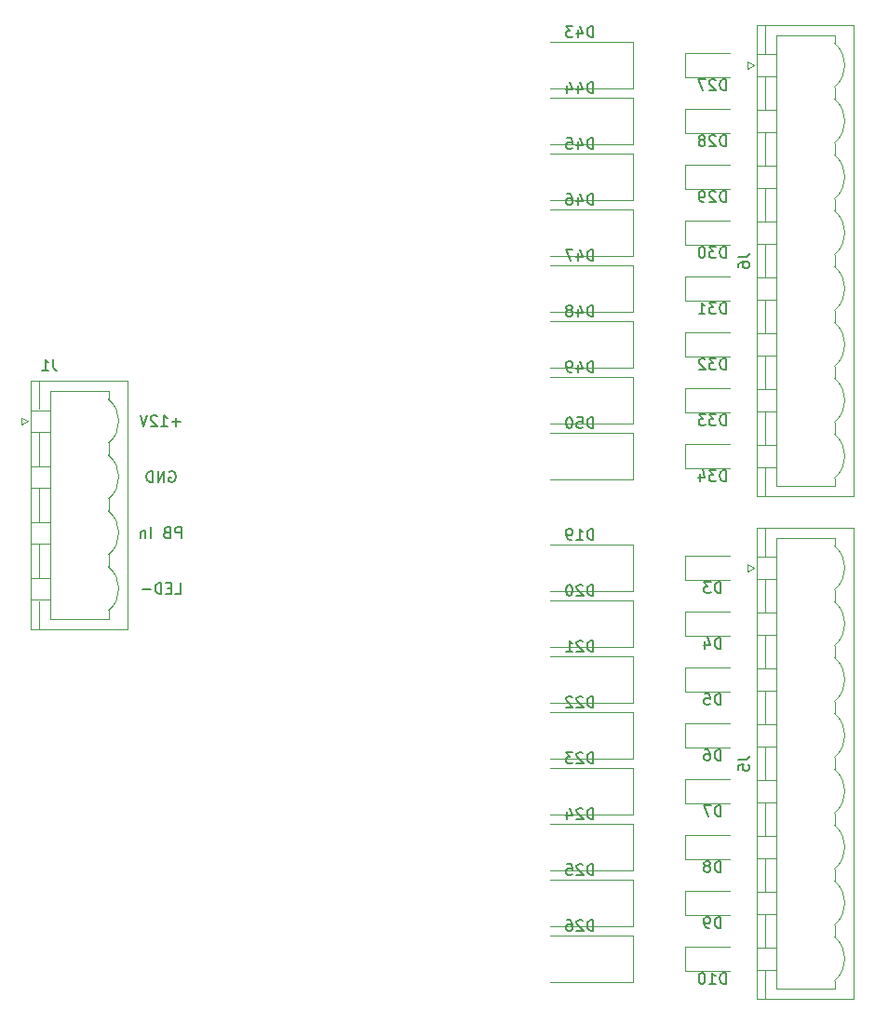
<source format=gbo>
G04 #@! TF.GenerationSoftware,KiCad,Pcbnew,(5.1.0-846-g23d3ccbdc)*
G04 #@! TF.CreationDate,2019-06-03T17:31:47-07:00*
G04 #@! TF.ProjectId,R_Switch,525f5377-6974-4636-982e-6b696361645f,n/c*
G04 #@! TF.SameCoordinates,Original*
G04 #@! TF.FileFunction,Legend,Bot*
G04 #@! TF.FilePolarity,Positive*
%FSLAX46Y46*%
G04 Gerber Fmt 4.6, Leading zero omitted, Abs format (unit mm)*
G04 Created by KiCad (PCBNEW (5.1.0-846-g23d3ccbdc)) date 2019-06-03 17:31:47*
%MOMM*%
%LPD*%
G04 APERTURE LIST*
%ADD10C,0.150000*%
%ADD11C,0.120000*%
%ADD12C,3.302000*%
%ADD13O,2.502000X1.702000*%
%ADD14R,2.502000X1.702000*%
%ADD15O,3.702000X2.182000*%
%ADD16C,0.100000*%
%ADD17C,2.182000*%
%ADD18O,1.802000X1.802000*%
%ADD19R,1.802000X1.802000*%
%ADD20C,1.778868*%
%ADD21C,1.527000*%
%ADD22C,1.702000*%
%ADD23R,1.702000X1.702000*%
G04 APERTURE END LIST*
D10*
X93971904Y-91892380D02*
X94448095Y-91892380D01*
X94448095Y-90892380D01*
X93638571Y-91368571D02*
X93305238Y-91368571D01*
X93162380Y-91892380D02*
X93638571Y-91892380D01*
X93638571Y-90892380D01*
X93162380Y-90892380D01*
X92733809Y-91892380D02*
X92733809Y-90892380D01*
X92495714Y-90892380D01*
X92352857Y-90940000D01*
X92257619Y-91035238D01*
X92210000Y-91130476D01*
X92162380Y-91320952D01*
X92162380Y-91463809D01*
X92210000Y-91654285D01*
X92257619Y-91749523D01*
X92352857Y-91844761D01*
X92495714Y-91892380D01*
X92733809Y-91892380D01*
X91733809Y-91511428D02*
X90971904Y-91511428D01*
X94543333Y-86812380D02*
X94543333Y-85812380D01*
X94162380Y-85812380D01*
X94067142Y-85860000D01*
X94019523Y-85907619D01*
X93971904Y-86002857D01*
X93971904Y-86145714D01*
X94019523Y-86240952D01*
X94067142Y-86288571D01*
X94162380Y-86336190D01*
X94543333Y-86336190D01*
X93210000Y-86288571D02*
X93067142Y-86336190D01*
X93019523Y-86383809D01*
X92971904Y-86479047D01*
X92971904Y-86621904D01*
X93019523Y-86717142D01*
X93067142Y-86764761D01*
X93162380Y-86812380D01*
X93543333Y-86812380D01*
X93543333Y-85812380D01*
X93210000Y-85812380D01*
X93114761Y-85860000D01*
X93067142Y-85907619D01*
X93019523Y-86002857D01*
X93019523Y-86098095D01*
X93067142Y-86193333D01*
X93114761Y-86240952D01*
X93210000Y-86288571D01*
X93543333Y-86288571D01*
X91781428Y-86812380D02*
X91781428Y-85812380D01*
X91305238Y-86145714D02*
X91305238Y-86812380D01*
X91305238Y-86240952D02*
X91257619Y-86193333D01*
X91162380Y-86145714D01*
X91019523Y-86145714D01*
X90924285Y-86193333D01*
X90876666Y-86288571D01*
X90876666Y-86812380D01*
X93471904Y-80780000D02*
X93567142Y-80732380D01*
X93710000Y-80732380D01*
X93852857Y-80780000D01*
X93948095Y-80875238D01*
X93995714Y-80970476D01*
X94043333Y-81160952D01*
X94043333Y-81303809D01*
X93995714Y-81494285D01*
X93948095Y-81589523D01*
X93852857Y-81684761D01*
X93710000Y-81732380D01*
X93614761Y-81732380D01*
X93471904Y-81684761D01*
X93424285Y-81637142D01*
X93424285Y-81303809D01*
X93614761Y-81303809D01*
X92995714Y-81732380D02*
X92995714Y-80732380D01*
X92424285Y-81732380D01*
X92424285Y-80732380D01*
X91948095Y-81732380D02*
X91948095Y-80732380D01*
X91710000Y-80732380D01*
X91567142Y-80780000D01*
X91471904Y-80875238D01*
X91424285Y-80970476D01*
X91376666Y-81160952D01*
X91376666Y-81303809D01*
X91424285Y-81494285D01*
X91471904Y-81589523D01*
X91567142Y-81684761D01*
X91710000Y-81732380D01*
X91948095Y-81732380D01*
X94471904Y-76271428D02*
X93710000Y-76271428D01*
X94090952Y-76652380D02*
X94090952Y-75890476D01*
X92710000Y-76652380D02*
X93281428Y-76652380D01*
X92995714Y-76652380D02*
X92995714Y-75652380D01*
X93090952Y-75795238D01*
X93186190Y-75890476D01*
X93281428Y-75938095D01*
X92329047Y-75747619D02*
X92281428Y-75700000D01*
X92186190Y-75652380D01*
X91948095Y-75652380D01*
X91852857Y-75700000D01*
X91805238Y-75747619D01*
X91757619Y-75842857D01*
X91757619Y-75938095D01*
X91805238Y-76080952D01*
X92376666Y-76652380D01*
X91757619Y-76652380D01*
X91471904Y-75652380D02*
X91138571Y-76652380D01*
X90805238Y-75652380D01*
D11*
X146055000Y-43515000D02*
X146055000Y-44115000D01*
X146655000Y-43815000D02*
X146055000Y-43515000D01*
X146055000Y-44115000D02*
X146655000Y-43815000D01*
X153965000Y-82115000D02*
X153965000Y-81375000D01*
X148665000Y-82115000D02*
X153965000Y-82115000D01*
X148665000Y-41075000D02*
X148665000Y-82115000D01*
X153965000Y-41075000D02*
X148665000Y-41075000D01*
X153965000Y-41815000D02*
X153965000Y-41075000D01*
X153965000Y-76295000D02*
X153965000Y-77375000D01*
X153965000Y-71215000D02*
X153965000Y-72295000D01*
X153965000Y-66135000D02*
X153965000Y-67215000D01*
X153965000Y-61055000D02*
X153965000Y-62135000D01*
X153965000Y-55975000D02*
X153965000Y-57055000D01*
X153965000Y-50895000D02*
X153965000Y-51975000D01*
X153965000Y-45815000D02*
X153965000Y-46895000D01*
X148665000Y-80375000D02*
X148665000Y-78375000D01*
X146855000Y-80375000D02*
X148665000Y-80375000D01*
X146855000Y-78375000D02*
X146855000Y-80375000D01*
X148665000Y-78375000D02*
X146855000Y-78375000D01*
X148665000Y-75295000D02*
X148665000Y-73295000D01*
X146855000Y-75295000D02*
X148665000Y-75295000D01*
X146855000Y-73295000D02*
X146855000Y-75295000D01*
X148665000Y-73295000D02*
X146855000Y-73295000D01*
X148665000Y-70215000D02*
X148665000Y-68215000D01*
X146855000Y-70215000D02*
X148665000Y-70215000D01*
X146855000Y-68215000D02*
X146855000Y-70215000D01*
X148665000Y-68215000D02*
X146855000Y-68215000D01*
X148665000Y-65135000D02*
X148665000Y-63135000D01*
X146855000Y-65135000D02*
X148665000Y-65135000D01*
X146855000Y-63135000D02*
X146855000Y-65135000D01*
X148665000Y-63135000D02*
X146855000Y-63135000D01*
X148665000Y-60055000D02*
X148665000Y-58055000D01*
X146855000Y-60055000D02*
X148665000Y-60055000D01*
X146855000Y-58055000D02*
X146855000Y-60055000D01*
X148665000Y-58055000D02*
X146855000Y-58055000D01*
X148665000Y-54975000D02*
X148665000Y-52975000D01*
X146855000Y-54975000D02*
X148665000Y-54975000D01*
X146855000Y-52975000D02*
X146855000Y-54975000D01*
X148665000Y-52975000D02*
X146855000Y-52975000D01*
X148665000Y-49895000D02*
X148665000Y-47895000D01*
X146855000Y-49895000D02*
X148665000Y-49895000D01*
X146855000Y-47895000D02*
X146855000Y-49895000D01*
X148665000Y-47895000D02*
X146855000Y-47895000D01*
X148665000Y-44815000D02*
X148665000Y-42815000D01*
X146855000Y-44815000D02*
X148665000Y-44815000D01*
X146855000Y-42815000D02*
X146855000Y-44815000D01*
X148665000Y-42815000D02*
X146855000Y-42815000D01*
X147665000Y-75295000D02*
X147665000Y-78375000D01*
X147665000Y-70215000D02*
X147665000Y-73295000D01*
X147665000Y-65135000D02*
X147665000Y-68215000D01*
X147665000Y-60055000D02*
X147665000Y-63135000D01*
X147665000Y-54975000D02*
X147665000Y-58055000D01*
X147665000Y-49895000D02*
X147665000Y-52975000D01*
X147665000Y-44815000D02*
X147665000Y-47895000D01*
X147665000Y-83025000D02*
X147665000Y-80485000D01*
X147665000Y-40165000D02*
X147665000Y-42705000D01*
X146855000Y-83025000D02*
X146855000Y-40165000D01*
X155675000Y-83025000D02*
X146855000Y-83025000D01*
X155675000Y-40165000D02*
X155675000Y-83025000D01*
X146855000Y-40165000D02*
X155675000Y-40165000D01*
X153980821Y-81361841D02*
G75*
G03X153965000Y-77375000I-1665821J1986841D01*
G01*
X153980821Y-76281841D02*
G75*
G03X153965000Y-72295000I-1665821J1986841D01*
G01*
X153980821Y-71201841D02*
G75*
G03X153965000Y-67215000I-1665821J1986841D01*
G01*
X153980821Y-66121841D02*
G75*
G03X153965000Y-62135000I-1665821J1986841D01*
G01*
X153980821Y-61041841D02*
G75*
G03X153965000Y-57055000I-1665821J1986841D01*
G01*
X153980821Y-55961841D02*
G75*
G03X153965000Y-51975000I-1665821J1986841D01*
G01*
X153980821Y-50881841D02*
G75*
G03X153965000Y-46895000I-1665821J1986841D01*
G01*
X153980821Y-45801841D02*
G75*
G03X153965000Y-41815000I-1665821J1986841D01*
G01*
X146055000Y-89235000D02*
X146055000Y-89835000D01*
X146655000Y-89535000D02*
X146055000Y-89235000D01*
X146055000Y-89835000D02*
X146655000Y-89535000D01*
X153965000Y-127835000D02*
X153965000Y-127095000D01*
X148665000Y-127835000D02*
X153965000Y-127835000D01*
X148665000Y-86795000D02*
X148665000Y-127835000D01*
X153965000Y-86795000D02*
X148665000Y-86795000D01*
X153965000Y-87535000D02*
X153965000Y-86795000D01*
X153965000Y-122015000D02*
X153965000Y-123095000D01*
X153965000Y-116935000D02*
X153965000Y-118015000D01*
X153965000Y-111855000D02*
X153965000Y-112935000D01*
X153965000Y-106775000D02*
X153965000Y-107855000D01*
X153965000Y-101695000D02*
X153965000Y-102775000D01*
X153965000Y-96615000D02*
X153965000Y-97695000D01*
X153965000Y-91535000D02*
X153965000Y-92615000D01*
X148665000Y-126095000D02*
X148665000Y-124095000D01*
X146855000Y-126095000D02*
X148665000Y-126095000D01*
X146855000Y-124095000D02*
X146855000Y-126095000D01*
X148665000Y-124095000D02*
X146855000Y-124095000D01*
X148665000Y-121015000D02*
X148665000Y-119015000D01*
X146855000Y-121015000D02*
X148665000Y-121015000D01*
X146855000Y-119015000D02*
X146855000Y-121015000D01*
X148665000Y-119015000D02*
X146855000Y-119015000D01*
X148665000Y-115935000D02*
X148665000Y-113935000D01*
X146855000Y-115935000D02*
X148665000Y-115935000D01*
X146855000Y-113935000D02*
X146855000Y-115935000D01*
X148665000Y-113935000D02*
X146855000Y-113935000D01*
X148665000Y-110855000D02*
X148665000Y-108855000D01*
X146855000Y-110855000D02*
X148665000Y-110855000D01*
X146855000Y-108855000D02*
X146855000Y-110855000D01*
X148665000Y-108855000D02*
X146855000Y-108855000D01*
X148665000Y-105775000D02*
X148665000Y-103775000D01*
X146855000Y-105775000D02*
X148665000Y-105775000D01*
X146855000Y-103775000D02*
X146855000Y-105775000D01*
X148665000Y-103775000D02*
X146855000Y-103775000D01*
X148665000Y-100695000D02*
X148665000Y-98695000D01*
X146855000Y-100695000D02*
X148665000Y-100695000D01*
X146855000Y-98695000D02*
X146855000Y-100695000D01*
X148665000Y-98695000D02*
X146855000Y-98695000D01*
X148665000Y-95615000D02*
X148665000Y-93615000D01*
X146855000Y-95615000D02*
X148665000Y-95615000D01*
X146855000Y-93615000D02*
X146855000Y-95615000D01*
X148665000Y-93615000D02*
X146855000Y-93615000D01*
X148665000Y-90535000D02*
X148665000Y-88535000D01*
X146855000Y-90535000D02*
X148665000Y-90535000D01*
X146855000Y-88535000D02*
X146855000Y-90535000D01*
X148665000Y-88535000D02*
X146855000Y-88535000D01*
X147665000Y-121015000D02*
X147665000Y-124095000D01*
X147665000Y-115935000D02*
X147665000Y-119015000D01*
X147665000Y-110855000D02*
X147665000Y-113935000D01*
X147665000Y-105775000D02*
X147665000Y-108855000D01*
X147665000Y-100695000D02*
X147665000Y-103775000D01*
X147665000Y-95615000D02*
X147665000Y-98695000D01*
X147665000Y-90535000D02*
X147665000Y-93615000D01*
X147665000Y-128745000D02*
X147665000Y-126205000D01*
X147665000Y-85885000D02*
X147665000Y-88425000D01*
X146855000Y-128745000D02*
X146855000Y-85885000D01*
X155675000Y-128745000D02*
X146855000Y-128745000D01*
X155675000Y-85885000D02*
X155675000Y-128745000D01*
X146855000Y-85885000D02*
X155675000Y-85885000D01*
X153980821Y-127081841D02*
G75*
G03X153965000Y-123095000I-1665821J1986841D01*
G01*
X153980821Y-122001841D02*
G75*
G03X153965000Y-118015000I-1665821J1986841D01*
G01*
X153980821Y-116921841D02*
G75*
G03X153965000Y-112935000I-1665821J1986841D01*
G01*
X153980821Y-111841841D02*
G75*
G03X153965000Y-107855000I-1665821J1986841D01*
G01*
X153980821Y-106761841D02*
G75*
G03X153965000Y-102775000I-1665821J1986841D01*
G01*
X153980821Y-101681841D02*
G75*
G03X153965000Y-97695000I-1665821J1986841D01*
G01*
X153980821Y-96601841D02*
G75*
G03X153965000Y-92615000I-1665821J1986841D01*
G01*
X153980821Y-91521841D02*
G75*
G03X153965000Y-87535000I-1665821J1986841D01*
G01*
X80015000Y-75900000D02*
X80015000Y-76500000D01*
X80615000Y-76200000D02*
X80015000Y-75900000D01*
X80015000Y-76500000D02*
X80615000Y-76200000D01*
X87925000Y-94180000D02*
X87925000Y-93440000D01*
X82625000Y-94180000D02*
X87925000Y-94180000D01*
X82625000Y-73460000D02*
X82625000Y-94180000D01*
X87925000Y-73460000D02*
X82625000Y-73460000D01*
X87925000Y-74200000D02*
X87925000Y-73460000D01*
X87925000Y-88360000D02*
X87925000Y-89440000D01*
X87925000Y-83280000D02*
X87925000Y-84360000D01*
X87925000Y-78200000D02*
X87925000Y-79280000D01*
X82625000Y-92440000D02*
X82625000Y-90440000D01*
X80815000Y-92440000D02*
X82625000Y-92440000D01*
X80815000Y-90440000D02*
X80815000Y-92440000D01*
X82625000Y-90440000D02*
X80815000Y-90440000D01*
X82625000Y-87360000D02*
X82625000Y-85360000D01*
X80815000Y-87360000D02*
X82625000Y-87360000D01*
X80815000Y-85360000D02*
X80815000Y-87360000D01*
X82625000Y-85360000D02*
X80815000Y-85360000D01*
X82625000Y-82280000D02*
X82625000Y-80280000D01*
X80815000Y-82280000D02*
X82625000Y-82280000D01*
X80815000Y-80280000D02*
X80815000Y-82280000D01*
X82625000Y-80280000D02*
X80815000Y-80280000D01*
X82625000Y-77200000D02*
X82625000Y-75200000D01*
X80815000Y-77200000D02*
X82625000Y-77200000D01*
X80815000Y-75200000D02*
X80815000Y-77200000D01*
X82625000Y-75200000D02*
X80815000Y-75200000D01*
X81625000Y-87360000D02*
X81625000Y-90440000D01*
X81625000Y-82280000D02*
X81625000Y-85360000D01*
X81625000Y-77200000D02*
X81625000Y-80280000D01*
X81625000Y-95090000D02*
X81625000Y-92550000D01*
X81625000Y-72550000D02*
X81625000Y-75090000D01*
X80815000Y-95090000D02*
X80815000Y-72550000D01*
X89635000Y-95090000D02*
X80815000Y-95090000D01*
X89635000Y-72550000D02*
X89635000Y-95090000D01*
X80815000Y-72550000D02*
X89635000Y-72550000D01*
X87940821Y-93426841D02*
G75*
G03X87925000Y-89440000I-1665821J1986841D01*
G01*
X87940821Y-88346841D02*
G75*
G03X87925000Y-84360000I-1665821J1986841D01*
G01*
X87940821Y-83266841D02*
G75*
G03X87925000Y-79280000I-1665821J1986841D01*
G01*
X87940821Y-78186841D02*
G75*
G03X87925000Y-74200000I-1665821J1986841D01*
G01*
X135660000Y-77225000D02*
X128110000Y-77225000D01*
X135660000Y-81525000D02*
X128110000Y-81525000D01*
X135660000Y-77225000D02*
X135660000Y-81525000D01*
X135660000Y-72145000D02*
X128110000Y-72145000D01*
X135660000Y-76445000D02*
X128110000Y-76445000D01*
X135660000Y-72145000D02*
X135660000Y-76445000D01*
X135660000Y-67065000D02*
X128110000Y-67065000D01*
X135660000Y-71365000D02*
X128110000Y-71365000D01*
X135660000Y-67065000D02*
X135660000Y-71365000D01*
X135660000Y-61985000D02*
X128110000Y-61985000D01*
X135660000Y-66285000D02*
X128110000Y-66285000D01*
X135660000Y-61985000D02*
X135660000Y-66285000D01*
X135660000Y-56905000D02*
X128110000Y-56905000D01*
X135660000Y-61205000D02*
X128110000Y-61205000D01*
X135660000Y-56905000D02*
X135660000Y-61205000D01*
X135660000Y-51825000D02*
X128110000Y-51825000D01*
X135660000Y-56125000D02*
X128110000Y-56125000D01*
X135660000Y-51825000D02*
X135660000Y-56125000D01*
X135660000Y-46745000D02*
X128110000Y-46745000D01*
X135660000Y-51045000D02*
X128110000Y-51045000D01*
X135660000Y-46745000D02*
X135660000Y-51045000D01*
X135660000Y-41665000D02*
X128110000Y-41665000D01*
X135660000Y-45965000D02*
X128110000Y-45965000D01*
X135660000Y-41665000D02*
X135660000Y-45965000D01*
X140415000Y-78240000D02*
X144475000Y-78240000D01*
X140415000Y-80510000D02*
X140415000Y-78240000D01*
X144475000Y-80510000D02*
X140415000Y-80510000D01*
X140415000Y-73160000D02*
X144475000Y-73160000D01*
X140415000Y-75430000D02*
X140415000Y-73160000D01*
X144475000Y-75430000D02*
X140415000Y-75430000D01*
X140415000Y-68080000D02*
X144475000Y-68080000D01*
X140415000Y-70350000D02*
X140415000Y-68080000D01*
X144475000Y-70350000D02*
X140415000Y-70350000D01*
X140415000Y-63000000D02*
X144475000Y-63000000D01*
X140415000Y-65270000D02*
X140415000Y-63000000D01*
X144475000Y-65270000D02*
X140415000Y-65270000D01*
X140415000Y-57920000D02*
X144475000Y-57920000D01*
X140415000Y-60190000D02*
X140415000Y-57920000D01*
X144475000Y-60190000D02*
X140415000Y-60190000D01*
X140415000Y-52840000D02*
X144475000Y-52840000D01*
X140415000Y-55110000D02*
X140415000Y-52840000D01*
X144475000Y-55110000D02*
X140415000Y-55110000D01*
X140415000Y-47760000D02*
X144475000Y-47760000D01*
X140415000Y-50030000D02*
X140415000Y-47760000D01*
X144475000Y-50030000D02*
X140415000Y-50030000D01*
X140415000Y-42680000D02*
X144475000Y-42680000D01*
X140415000Y-44950000D02*
X140415000Y-42680000D01*
X144475000Y-44950000D02*
X140415000Y-44950000D01*
X135660000Y-122945000D02*
X128110000Y-122945000D01*
X135660000Y-127245000D02*
X128110000Y-127245000D01*
X135660000Y-122945000D02*
X135660000Y-127245000D01*
X135660000Y-117865000D02*
X128110000Y-117865000D01*
X135660000Y-122165000D02*
X128110000Y-122165000D01*
X135660000Y-117865000D02*
X135660000Y-122165000D01*
X135660000Y-112785000D02*
X128110000Y-112785000D01*
X135660000Y-117085000D02*
X128110000Y-117085000D01*
X135660000Y-112785000D02*
X135660000Y-117085000D01*
X135660000Y-107705000D02*
X128110000Y-107705000D01*
X135660000Y-112005000D02*
X128110000Y-112005000D01*
X135660000Y-107705000D02*
X135660000Y-112005000D01*
X135660000Y-102625000D02*
X128110000Y-102625000D01*
X135660000Y-106925000D02*
X128110000Y-106925000D01*
X135660000Y-102625000D02*
X135660000Y-106925000D01*
X135660000Y-97545000D02*
X128110000Y-97545000D01*
X135660000Y-101845000D02*
X128110000Y-101845000D01*
X135660000Y-97545000D02*
X135660000Y-101845000D01*
X135660000Y-92465000D02*
X128110000Y-92465000D01*
X135660000Y-96765000D02*
X128110000Y-96765000D01*
X135660000Y-92465000D02*
X135660000Y-96765000D01*
X135660000Y-87385000D02*
X128110000Y-87385000D01*
X135660000Y-91685000D02*
X128110000Y-91685000D01*
X135660000Y-87385000D02*
X135660000Y-91685000D01*
X140415000Y-123960000D02*
X144475000Y-123960000D01*
X140415000Y-126230000D02*
X140415000Y-123960000D01*
X144475000Y-126230000D02*
X140415000Y-126230000D01*
X140415000Y-118880000D02*
X144475000Y-118880000D01*
X140415000Y-121150000D02*
X140415000Y-118880000D01*
X144475000Y-121150000D02*
X140415000Y-121150000D01*
X140415000Y-113800000D02*
X144475000Y-113800000D01*
X140415000Y-116070000D02*
X140415000Y-113800000D01*
X144475000Y-116070000D02*
X140415000Y-116070000D01*
X140415000Y-108720000D02*
X144475000Y-108720000D01*
X140415000Y-110990000D02*
X140415000Y-108720000D01*
X144475000Y-110990000D02*
X140415000Y-110990000D01*
X140415000Y-103640000D02*
X144475000Y-103640000D01*
X140415000Y-105910000D02*
X140415000Y-103640000D01*
X144475000Y-105910000D02*
X140415000Y-105910000D01*
X140415000Y-98560000D02*
X144475000Y-98560000D01*
X140415000Y-100830000D02*
X140415000Y-98560000D01*
X144475000Y-100830000D02*
X140415000Y-100830000D01*
X140415000Y-93480000D02*
X144475000Y-93480000D01*
X140415000Y-95750000D02*
X140415000Y-93480000D01*
X144475000Y-95750000D02*
X140415000Y-95750000D01*
X140415000Y-88400000D02*
X144475000Y-88400000D01*
X140415000Y-90670000D02*
X140415000Y-88400000D01*
X144475000Y-90670000D02*
X140415000Y-90670000D01*
D10*
X145217380Y-61261666D02*
X145931666Y-61261666D01*
X146074523Y-61214047D01*
X146169761Y-61118809D01*
X146217380Y-60975952D01*
X146217380Y-60880714D01*
X145217380Y-62166428D02*
X145217380Y-61975952D01*
X145265000Y-61880714D01*
X145312619Y-61833095D01*
X145455476Y-61737857D01*
X145645952Y-61690238D01*
X146026904Y-61690238D01*
X146122142Y-61737857D01*
X146169761Y-61785476D01*
X146217380Y-61880714D01*
X146217380Y-62071190D01*
X146169761Y-62166428D01*
X146122142Y-62214047D01*
X146026904Y-62261666D01*
X145788809Y-62261666D01*
X145693571Y-62214047D01*
X145645952Y-62166428D01*
X145598333Y-62071190D01*
X145598333Y-61880714D01*
X145645952Y-61785476D01*
X145693571Y-61737857D01*
X145788809Y-61690238D01*
X145217380Y-106981666D02*
X145931666Y-106981666D01*
X146074523Y-106934047D01*
X146169761Y-106838809D01*
X146217380Y-106695952D01*
X146217380Y-106600714D01*
X145217380Y-107934047D02*
X145217380Y-107457857D01*
X145693571Y-107410238D01*
X145645952Y-107457857D01*
X145598333Y-107553095D01*
X145598333Y-107791190D01*
X145645952Y-107886428D01*
X145693571Y-107934047D01*
X145788809Y-107981666D01*
X146026904Y-107981666D01*
X146122142Y-107934047D01*
X146169761Y-107886428D01*
X146217380Y-107791190D01*
X146217380Y-107553095D01*
X146169761Y-107457857D01*
X146122142Y-107410238D01*
X82883333Y-70572380D02*
X82883333Y-71286666D01*
X82930952Y-71429523D01*
X83026190Y-71524761D01*
X83169047Y-71572380D01*
X83264285Y-71572380D01*
X81883333Y-71572380D02*
X82454761Y-71572380D01*
X82169047Y-71572380D02*
X82169047Y-70572380D01*
X82264285Y-70715238D01*
X82359523Y-70810476D01*
X82454761Y-70858095D01*
X132024285Y-76827380D02*
X132024285Y-75827380D01*
X131786190Y-75827380D01*
X131643333Y-75875000D01*
X131548095Y-75970238D01*
X131500476Y-76065476D01*
X131452857Y-76255952D01*
X131452857Y-76398809D01*
X131500476Y-76589285D01*
X131548095Y-76684523D01*
X131643333Y-76779761D01*
X131786190Y-76827380D01*
X132024285Y-76827380D01*
X130548095Y-75827380D02*
X131024285Y-75827380D01*
X131071904Y-76303571D01*
X131024285Y-76255952D01*
X130929047Y-76208333D01*
X130690952Y-76208333D01*
X130595714Y-76255952D01*
X130548095Y-76303571D01*
X130500476Y-76398809D01*
X130500476Y-76636904D01*
X130548095Y-76732142D01*
X130595714Y-76779761D01*
X130690952Y-76827380D01*
X130929047Y-76827380D01*
X131024285Y-76779761D01*
X131071904Y-76732142D01*
X129881428Y-75827380D02*
X129786190Y-75827380D01*
X129690952Y-75875000D01*
X129643333Y-75922619D01*
X129595714Y-76017857D01*
X129548095Y-76208333D01*
X129548095Y-76446428D01*
X129595714Y-76636904D01*
X129643333Y-76732142D01*
X129690952Y-76779761D01*
X129786190Y-76827380D01*
X129881428Y-76827380D01*
X129976666Y-76779761D01*
X130024285Y-76732142D01*
X130071904Y-76636904D01*
X130119523Y-76446428D01*
X130119523Y-76208333D01*
X130071904Y-76017857D01*
X130024285Y-75922619D01*
X129976666Y-75875000D01*
X129881428Y-75827380D01*
X132024285Y-71747380D02*
X132024285Y-70747380D01*
X131786190Y-70747380D01*
X131643333Y-70795000D01*
X131548095Y-70890238D01*
X131500476Y-70985476D01*
X131452857Y-71175952D01*
X131452857Y-71318809D01*
X131500476Y-71509285D01*
X131548095Y-71604523D01*
X131643333Y-71699761D01*
X131786190Y-71747380D01*
X132024285Y-71747380D01*
X130595714Y-71080714D02*
X130595714Y-71747380D01*
X130833809Y-70699761D02*
X131071904Y-71414047D01*
X130452857Y-71414047D01*
X130024285Y-71747380D02*
X129833809Y-71747380D01*
X129738571Y-71699761D01*
X129690952Y-71652142D01*
X129595714Y-71509285D01*
X129548095Y-71318809D01*
X129548095Y-70937857D01*
X129595714Y-70842619D01*
X129643333Y-70795000D01*
X129738571Y-70747380D01*
X129929047Y-70747380D01*
X130024285Y-70795000D01*
X130071904Y-70842619D01*
X130119523Y-70937857D01*
X130119523Y-71175952D01*
X130071904Y-71271190D01*
X130024285Y-71318809D01*
X129929047Y-71366428D01*
X129738571Y-71366428D01*
X129643333Y-71318809D01*
X129595714Y-71271190D01*
X129548095Y-71175952D01*
X132024285Y-66667380D02*
X132024285Y-65667380D01*
X131786190Y-65667380D01*
X131643333Y-65715000D01*
X131548095Y-65810238D01*
X131500476Y-65905476D01*
X131452857Y-66095952D01*
X131452857Y-66238809D01*
X131500476Y-66429285D01*
X131548095Y-66524523D01*
X131643333Y-66619761D01*
X131786190Y-66667380D01*
X132024285Y-66667380D01*
X130595714Y-66000714D02*
X130595714Y-66667380D01*
X130833809Y-65619761D02*
X131071904Y-66334047D01*
X130452857Y-66334047D01*
X129929047Y-66095952D02*
X130024285Y-66048333D01*
X130071904Y-66000714D01*
X130119523Y-65905476D01*
X130119523Y-65857857D01*
X130071904Y-65762619D01*
X130024285Y-65715000D01*
X129929047Y-65667380D01*
X129738571Y-65667380D01*
X129643333Y-65715000D01*
X129595714Y-65762619D01*
X129548095Y-65857857D01*
X129548095Y-65905476D01*
X129595714Y-66000714D01*
X129643333Y-66048333D01*
X129738571Y-66095952D01*
X129929047Y-66095952D01*
X130024285Y-66143571D01*
X130071904Y-66191190D01*
X130119523Y-66286428D01*
X130119523Y-66476904D01*
X130071904Y-66572142D01*
X130024285Y-66619761D01*
X129929047Y-66667380D01*
X129738571Y-66667380D01*
X129643333Y-66619761D01*
X129595714Y-66572142D01*
X129548095Y-66476904D01*
X129548095Y-66286428D01*
X129595714Y-66191190D01*
X129643333Y-66143571D01*
X129738571Y-66095952D01*
X132024285Y-61587380D02*
X132024285Y-60587380D01*
X131786190Y-60587380D01*
X131643333Y-60635000D01*
X131548095Y-60730238D01*
X131500476Y-60825476D01*
X131452857Y-61015952D01*
X131452857Y-61158809D01*
X131500476Y-61349285D01*
X131548095Y-61444523D01*
X131643333Y-61539761D01*
X131786190Y-61587380D01*
X132024285Y-61587380D01*
X130595714Y-60920714D02*
X130595714Y-61587380D01*
X130833809Y-60539761D02*
X131071904Y-61254047D01*
X130452857Y-61254047D01*
X130167142Y-60587380D02*
X129500476Y-60587380D01*
X129929047Y-61587380D01*
X132024285Y-56507380D02*
X132024285Y-55507380D01*
X131786190Y-55507380D01*
X131643333Y-55555000D01*
X131548095Y-55650238D01*
X131500476Y-55745476D01*
X131452857Y-55935952D01*
X131452857Y-56078809D01*
X131500476Y-56269285D01*
X131548095Y-56364523D01*
X131643333Y-56459761D01*
X131786190Y-56507380D01*
X132024285Y-56507380D01*
X130595714Y-55840714D02*
X130595714Y-56507380D01*
X130833809Y-55459761D02*
X131071904Y-56174047D01*
X130452857Y-56174047D01*
X129643333Y-55507380D02*
X129833809Y-55507380D01*
X129929047Y-55555000D01*
X129976666Y-55602619D01*
X130071904Y-55745476D01*
X130119523Y-55935952D01*
X130119523Y-56316904D01*
X130071904Y-56412142D01*
X130024285Y-56459761D01*
X129929047Y-56507380D01*
X129738571Y-56507380D01*
X129643333Y-56459761D01*
X129595714Y-56412142D01*
X129548095Y-56316904D01*
X129548095Y-56078809D01*
X129595714Y-55983571D01*
X129643333Y-55935952D01*
X129738571Y-55888333D01*
X129929047Y-55888333D01*
X130024285Y-55935952D01*
X130071904Y-55983571D01*
X130119523Y-56078809D01*
X132024285Y-51427380D02*
X132024285Y-50427380D01*
X131786190Y-50427380D01*
X131643333Y-50475000D01*
X131548095Y-50570238D01*
X131500476Y-50665476D01*
X131452857Y-50855952D01*
X131452857Y-50998809D01*
X131500476Y-51189285D01*
X131548095Y-51284523D01*
X131643333Y-51379761D01*
X131786190Y-51427380D01*
X132024285Y-51427380D01*
X130595714Y-50760714D02*
X130595714Y-51427380D01*
X130833809Y-50379761D02*
X131071904Y-51094047D01*
X130452857Y-51094047D01*
X129595714Y-50427380D02*
X130071904Y-50427380D01*
X130119523Y-50903571D01*
X130071904Y-50855952D01*
X129976666Y-50808333D01*
X129738571Y-50808333D01*
X129643333Y-50855952D01*
X129595714Y-50903571D01*
X129548095Y-50998809D01*
X129548095Y-51236904D01*
X129595714Y-51332142D01*
X129643333Y-51379761D01*
X129738571Y-51427380D01*
X129976666Y-51427380D01*
X130071904Y-51379761D01*
X130119523Y-51332142D01*
X132024285Y-46347380D02*
X132024285Y-45347380D01*
X131786190Y-45347380D01*
X131643333Y-45395000D01*
X131548095Y-45490238D01*
X131500476Y-45585476D01*
X131452857Y-45775952D01*
X131452857Y-45918809D01*
X131500476Y-46109285D01*
X131548095Y-46204523D01*
X131643333Y-46299761D01*
X131786190Y-46347380D01*
X132024285Y-46347380D01*
X130595714Y-45680714D02*
X130595714Y-46347380D01*
X130833809Y-45299761D02*
X131071904Y-46014047D01*
X130452857Y-46014047D01*
X129643333Y-45680714D02*
X129643333Y-46347380D01*
X129881428Y-45299761D02*
X130119523Y-46014047D01*
X129500476Y-46014047D01*
X132024285Y-41267380D02*
X132024285Y-40267380D01*
X131786190Y-40267380D01*
X131643333Y-40315000D01*
X131548095Y-40410238D01*
X131500476Y-40505476D01*
X131452857Y-40695952D01*
X131452857Y-40838809D01*
X131500476Y-41029285D01*
X131548095Y-41124523D01*
X131643333Y-41219761D01*
X131786190Y-41267380D01*
X132024285Y-41267380D01*
X130595714Y-40600714D02*
X130595714Y-41267380D01*
X130833809Y-40219761D02*
X131071904Y-40934047D01*
X130452857Y-40934047D01*
X130167142Y-40267380D02*
X129548095Y-40267380D01*
X129881428Y-40648333D01*
X129738571Y-40648333D01*
X129643333Y-40695952D01*
X129595714Y-40743571D01*
X129548095Y-40838809D01*
X129548095Y-41076904D01*
X129595714Y-41172142D01*
X129643333Y-41219761D01*
X129738571Y-41267380D01*
X130024285Y-41267380D01*
X130119523Y-41219761D01*
X130167142Y-41172142D01*
X144089285Y-81647380D02*
X144089285Y-80647380D01*
X143851190Y-80647380D01*
X143708333Y-80695000D01*
X143613095Y-80790238D01*
X143565476Y-80885476D01*
X143517857Y-81075952D01*
X143517857Y-81218809D01*
X143565476Y-81409285D01*
X143613095Y-81504523D01*
X143708333Y-81599761D01*
X143851190Y-81647380D01*
X144089285Y-81647380D01*
X143184523Y-80647380D02*
X142565476Y-80647380D01*
X142898809Y-81028333D01*
X142755952Y-81028333D01*
X142660714Y-81075952D01*
X142613095Y-81123571D01*
X142565476Y-81218809D01*
X142565476Y-81456904D01*
X142613095Y-81552142D01*
X142660714Y-81599761D01*
X142755952Y-81647380D01*
X143041666Y-81647380D01*
X143136904Y-81599761D01*
X143184523Y-81552142D01*
X141708333Y-80980714D02*
X141708333Y-81647380D01*
X141946428Y-80599761D02*
X142184523Y-81314047D01*
X141565476Y-81314047D01*
X144089285Y-76567380D02*
X144089285Y-75567380D01*
X143851190Y-75567380D01*
X143708333Y-75615000D01*
X143613095Y-75710238D01*
X143565476Y-75805476D01*
X143517857Y-75995952D01*
X143517857Y-76138809D01*
X143565476Y-76329285D01*
X143613095Y-76424523D01*
X143708333Y-76519761D01*
X143851190Y-76567380D01*
X144089285Y-76567380D01*
X143184523Y-75567380D02*
X142565476Y-75567380D01*
X142898809Y-75948333D01*
X142755952Y-75948333D01*
X142660714Y-75995952D01*
X142613095Y-76043571D01*
X142565476Y-76138809D01*
X142565476Y-76376904D01*
X142613095Y-76472142D01*
X142660714Y-76519761D01*
X142755952Y-76567380D01*
X143041666Y-76567380D01*
X143136904Y-76519761D01*
X143184523Y-76472142D01*
X142232142Y-75567380D02*
X141613095Y-75567380D01*
X141946428Y-75948333D01*
X141803571Y-75948333D01*
X141708333Y-75995952D01*
X141660714Y-76043571D01*
X141613095Y-76138809D01*
X141613095Y-76376904D01*
X141660714Y-76472142D01*
X141708333Y-76519761D01*
X141803571Y-76567380D01*
X142089285Y-76567380D01*
X142184523Y-76519761D01*
X142232142Y-76472142D01*
X144089285Y-71487380D02*
X144089285Y-70487380D01*
X143851190Y-70487380D01*
X143708333Y-70535000D01*
X143613095Y-70630238D01*
X143565476Y-70725476D01*
X143517857Y-70915952D01*
X143517857Y-71058809D01*
X143565476Y-71249285D01*
X143613095Y-71344523D01*
X143708333Y-71439761D01*
X143851190Y-71487380D01*
X144089285Y-71487380D01*
X143184523Y-70487380D02*
X142565476Y-70487380D01*
X142898809Y-70868333D01*
X142755952Y-70868333D01*
X142660714Y-70915952D01*
X142613095Y-70963571D01*
X142565476Y-71058809D01*
X142565476Y-71296904D01*
X142613095Y-71392142D01*
X142660714Y-71439761D01*
X142755952Y-71487380D01*
X143041666Y-71487380D01*
X143136904Y-71439761D01*
X143184523Y-71392142D01*
X142184523Y-70582619D02*
X142136904Y-70535000D01*
X142041666Y-70487380D01*
X141803571Y-70487380D01*
X141708333Y-70535000D01*
X141660714Y-70582619D01*
X141613095Y-70677857D01*
X141613095Y-70773095D01*
X141660714Y-70915952D01*
X142232142Y-71487380D01*
X141613095Y-71487380D01*
X144089285Y-66407380D02*
X144089285Y-65407380D01*
X143851190Y-65407380D01*
X143708333Y-65455000D01*
X143613095Y-65550238D01*
X143565476Y-65645476D01*
X143517857Y-65835952D01*
X143517857Y-65978809D01*
X143565476Y-66169285D01*
X143613095Y-66264523D01*
X143708333Y-66359761D01*
X143851190Y-66407380D01*
X144089285Y-66407380D01*
X143184523Y-65407380D02*
X142565476Y-65407380D01*
X142898809Y-65788333D01*
X142755952Y-65788333D01*
X142660714Y-65835952D01*
X142613095Y-65883571D01*
X142565476Y-65978809D01*
X142565476Y-66216904D01*
X142613095Y-66312142D01*
X142660714Y-66359761D01*
X142755952Y-66407380D01*
X143041666Y-66407380D01*
X143136904Y-66359761D01*
X143184523Y-66312142D01*
X141613095Y-66407380D02*
X142184523Y-66407380D01*
X141898809Y-66407380D02*
X141898809Y-65407380D01*
X141994047Y-65550238D01*
X142089285Y-65645476D01*
X142184523Y-65693095D01*
X144089285Y-61327380D02*
X144089285Y-60327380D01*
X143851190Y-60327380D01*
X143708333Y-60375000D01*
X143613095Y-60470238D01*
X143565476Y-60565476D01*
X143517857Y-60755952D01*
X143517857Y-60898809D01*
X143565476Y-61089285D01*
X143613095Y-61184523D01*
X143708333Y-61279761D01*
X143851190Y-61327380D01*
X144089285Y-61327380D01*
X143184523Y-60327380D02*
X142565476Y-60327380D01*
X142898809Y-60708333D01*
X142755952Y-60708333D01*
X142660714Y-60755952D01*
X142613095Y-60803571D01*
X142565476Y-60898809D01*
X142565476Y-61136904D01*
X142613095Y-61232142D01*
X142660714Y-61279761D01*
X142755952Y-61327380D01*
X143041666Y-61327380D01*
X143136904Y-61279761D01*
X143184523Y-61232142D01*
X141946428Y-60327380D02*
X141851190Y-60327380D01*
X141755952Y-60375000D01*
X141708333Y-60422619D01*
X141660714Y-60517857D01*
X141613095Y-60708333D01*
X141613095Y-60946428D01*
X141660714Y-61136904D01*
X141708333Y-61232142D01*
X141755952Y-61279761D01*
X141851190Y-61327380D01*
X141946428Y-61327380D01*
X142041666Y-61279761D01*
X142089285Y-61232142D01*
X142136904Y-61136904D01*
X142184523Y-60946428D01*
X142184523Y-60708333D01*
X142136904Y-60517857D01*
X142089285Y-60422619D01*
X142041666Y-60375000D01*
X141946428Y-60327380D01*
X144089285Y-56247380D02*
X144089285Y-55247380D01*
X143851190Y-55247380D01*
X143708333Y-55295000D01*
X143613095Y-55390238D01*
X143565476Y-55485476D01*
X143517857Y-55675952D01*
X143517857Y-55818809D01*
X143565476Y-56009285D01*
X143613095Y-56104523D01*
X143708333Y-56199761D01*
X143851190Y-56247380D01*
X144089285Y-56247380D01*
X143136904Y-55342619D02*
X143089285Y-55295000D01*
X142994047Y-55247380D01*
X142755952Y-55247380D01*
X142660714Y-55295000D01*
X142613095Y-55342619D01*
X142565476Y-55437857D01*
X142565476Y-55533095D01*
X142613095Y-55675952D01*
X143184523Y-56247380D01*
X142565476Y-56247380D01*
X142089285Y-56247380D02*
X141898809Y-56247380D01*
X141803571Y-56199761D01*
X141755952Y-56152142D01*
X141660714Y-56009285D01*
X141613095Y-55818809D01*
X141613095Y-55437857D01*
X141660714Y-55342619D01*
X141708333Y-55295000D01*
X141803571Y-55247380D01*
X141994047Y-55247380D01*
X142089285Y-55295000D01*
X142136904Y-55342619D01*
X142184523Y-55437857D01*
X142184523Y-55675952D01*
X142136904Y-55771190D01*
X142089285Y-55818809D01*
X141994047Y-55866428D01*
X141803571Y-55866428D01*
X141708333Y-55818809D01*
X141660714Y-55771190D01*
X141613095Y-55675952D01*
X144089285Y-51167380D02*
X144089285Y-50167380D01*
X143851190Y-50167380D01*
X143708333Y-50215000D01*
X143613095Y-50310238D01*
X143565476Y-50405476D01*
X143517857Y-50595952D01*
X143517857Y-50738809D01*
X143565476Y-50929285D01*
X143613095Y-51024523D01*
X143708333Y-51119761D01*
X143851190Y-51167380D01*
X144089285Y-51167380D01*
X143136904Y-50262619D02*
X143089285Y-50215000D01*
X142994047Y-50167380D01*
X142755952Y-50167380D01*
X142660714Y-50215000D01*
X142613095Y-50262619D01*
X142565476Y-50357857D01*
X142565476Y-50453095D01*
X142613095Y-50595952D01*
X143184523Y-51167380D01*
X142565476Y-51167380D01*
X141994047Y-50595952D02*
X142089285Y-50548333D01*
X142136904Y-50500714D01*
X142184523Y-50405476D01*
X142184523Y-50357857D01*
X142136904Y-50262619D01*
X142089285Y-50215000D01*
X141994047Y-50167380D01*
X141803571Y-50167380D01*
X141708333Y-50215000D01*
X141660714Y-50262619D01*
X141613095Y-50357857D01*
X141613095Y-50405476D01*
X141660714Y-50500714D01*
X141708333Y-50548333D01*
X141803571Y-50595952D01*
X141994047Y-50595952D01*
X142089285Y-50643571D01*
X142136904Y-50691190D01*
X142184523Y-50786428D01*
X142184523Y-50976904D01*
X142136904Y-51072142D01*
X142089285Y-51119761D01*
X141994047Y-51167380D01*
X141803571Y-51167380D01*
X141708333Y-51119761D01*
X141660714Y-51072142D01*
X141613095Y-50976904D01*
X141613095Y-50786428D01*
X141660714Y-50691190D01*
X141708333Y-50643571D01*
X141803571Y-50595952D01*
X144089285Y-46087380D02*
X144089285Y-45087380D01*
X143851190Y-45087380D01*
X143708333Y-45135000D01*
X143613095Y-45230238D01*
X143565476Y-45325476D01*
X143517857Y-45515952D01*
X143517857Y-45658809D01*
X143565476Y-45849285D01*
X143613095Y-45944523D01*
X143708333Y-46039761D01*
X143851190Y-46087380D01*
X144089285Y-46087380D01*
X143136904Y-45182619D02*
X143089285Y-45135000D01*
X142994047Y-45087380D01*
X142755952Y-45087380D01*
X142660714Y-45135000D01*
X142613095Y-45182619D01*
X142565476Y-45277857D01*
X142565476Y-45373095D01*
X142613095Y-45515952D01*
X143184523Y-46087380D01*
X142565476Y-46087380D01*
X142232142Y-45087380D02*
X141565476Y-45087380D01*
X141994047Y-46087380D01*
X132024285Y-122547380D02*
X132024285Y-121547380D01*
X131786190Y-121547380D01*
X131643333Y-121595000D01*
X131548095Y-121690238D01*
X131500476Y-121785476D01*
X131452857Y-121975952D01*
X131452857Y-122118809D01*
X131500476Y-122309285D01*
X131548095Y-122404523D01*
X131643333Y-122499761D01*
X131786190Y-122547380D01*
X132024285Y-122547380D01*
X131071904Y-121642619D02*
X131024285Y-121595000D01*
X130929047Y-121547380D01*
X130690952Y-121547380D01*
X130595714Y-121595000D01*
X130548095Y-121642619D01*
X130500476Y-121737857D01*
X130500476Y-121833095D01*
X130548095Y-121975952D01*
X131119523Y-122547380D01*
X130500476Y-122547380D01*
X129643333Y-121547380D02*
X129833809Y-121547380D01*
X129929047Y-121595000D01*
X129976666Y-121642619D01*
X130071904Y-121785476D01*
X130119523Y-121975952D01*
X130119523Y-122356904D01*
X130071904Y-122452142D01*
X130024285Y-122499761D01*
X129929047Y-122547380D01*
X129738571Y-122547380D01*
X129643333Y-122499761D01*
X129595714Y-122452142D01*
X129548095Y-122356904D01*
X129548095Y-122118809D01*
X129595714Y-122023571D01*
X129643333Y-121975952D01*
X129738571Y-121928333D01*
X129929047Y-121928333D01*
X130024285Y-121975952D01*
X130071904Y-122023571D01*
X130119523Y-122118809D01*
X132024285Y-117467380D02*
X132024285Y-116467380D01*
X131786190Y-116467380D01*
X131643333Y-116515000D01*
X131548095Y-116610238D01*
X131500476Y-116705476D01*
X131452857Y-116895952D01*
X131452857Y-117038809D01*
X131500476Y-117229285D01*
X131548095Y-117324523D01*
X131643333Y-117419761D01*
X131786190Y-117467380D01*
X132024285Y-117467380D01*
X131071904Y-116562619D02*
X131024285Y-116515000D01*
X130929047Y-116467380D01*
X130690952Y-116467380D01*
X130595714Y-116515000D01*
X130548095Y-116562619D01*
X130500476Y-116657857D01*
X130500476Y-116753095D01*
X130548095Y-116895952D01*
X131119523Y-117467380D01*
X130500476Y-117467380D01*
X129595714Y-116467380D02*
X130071904Y-116467380D01*
X130119523Y-116943571D01*
X130071904Y-116895952D01*
X129976666Y-116848333D01*
X129738571Y-116848333D01*
X129643333Y-116895952D01*
X129595714Y-116943571D01*
X129548095Y-117038809D01*
X129548095Y-117276904D01*
X129595714Y-117372142D01*
X129643333Y-117419761D01*
X129738571Y-117467380D01*
X129976666Y-117467380D01*
X130071904Y-117419761D01*
X130119523Y-117372142D01*
X132024285Y-112387380D02*
X132024285Y-111387380D01*
X131786190Y-111387380D01*
X131643333Y-111435000D01*
X131548095Y-111530238D01*
X131500476Y-111625476D01*
X131452857Y-111815952D01*
X131452857Y-111958809D01*
X131500476Y-112149285D01*
X131548095Y-112244523D01*
X131643333Y-112339761D01*
X131786190Y-112387380D01*
X132024285Y-112387380D01*
X131071904Y-111482619D02*
X131024285Y-111435000D01*
X130929047Y-111387380D01*
X130690952Y-111387380D01*
X130595714Y-111435000D01*
X130548095Y-111482619D01*
X130500476Y-111577857D01*
X130500476Y-111673095D01*
X130548095Y-111815952D01*
X131119523Y-112387380D01*
X130500476Y-112387380D01*
X129643333Y-111720714D02*
X129643333Y-112387380D01*
X129881428Y-111339761D02*
X130119523Y-112054047D01*
X129500476Y-112054047D01*
X132024285Y-107307380D02*
X132024285Y-106307380D01*
X131786190Y-106307380D01*
X131643333Y-106355000D01*
X131548095Y-106450238D01*
X131500476Y-106545476D01*
X131452857Y-106735952D01*
X131452857Y-106878809D01*
X131500476Y-107069285D01*
X131548095Y-107164523D01*
X131643333Y-107259761D01*
X131786190Y-107307380D01*
X132024285Y-107307380D01*
X131071904Y-106402619D02*
X131024285Y-106355000D01*
X130929047Y-106307380D01*
X130690952Y-106307380D01*
X130595714Y-106355000D01*
X130548095Y-106402619D01*
X130500476Y-106497857D01*
X130500476Y-106593095D01*
X130548095Y-106735952D01*
X131119523Y-107307380D01*
X130500476Y-107307380D01*
X130167142Y-106307380D02*
X129548095Y-106307380D01*
X129881428Y-106688333D01*
X129738571Y-106688333D01*
X129643333Y-106735952D01*
X129595714Y-106783571D01*
X129548095Y-106878809D01*
X129548095Y-107116904D01*
X129595714Y-107212142D01*
X129643333Y-107259761D01*
X129738571Y-107307380D01*
X130024285Y-107307380D01*
X130119523Y-107259761D01*
X130167142Y-107212142D01*
X132024285Y-102227380D02*
X132024285Y-101227380D01*
X131786190Y-101227380D01*
X131643333Y-101275000D01*
X131548095Y-101370238D01*
X131500476Y-101465476D01*
X131452857Y-101655952D01*
X131452857Y-101798809D01*
X131500476Y-101989285D01*
X131548095Y-102084523D01*
X131643333Y-102179761D01*
X131786190Y-102227380D01*
X132024285Y-102227380D01*
X131071904Y-101322619D02*
X131024285Y-101275000D01*
X130929047Y-101227380D01*
X130690952Y-101227380D01*
X130595714Y-101275000D01*
X130548095Y-101322619D01*
X130500476Y-101417857D01*
X130500476Y-101513095D01*
X130548095Y-101655952D01*
X131119523Y-102227380D01*
X130500476Y-102227380D01*
X130119523Y-101322619D02*
X130071904Y-101275000D01*
X129976666Y-101227380D01*
X129738571Y-101227380D01*
X129643333Y-101275000D01*
X129595714Y-101322619D01*
X129548095Y-101417857D01*
X129548095Y-101513095D01*
X129595714Y-101655952D01*
X130167142Y-102227380D01*
X129548095Y-102227380D01*
X132024285Y-97147380D02*
X132024285Y-96147380D01*
X131786190Y-96147380D01*
X131643333Y-96195000D01*
X131548095Y-96290238D01*
X131500476Y-96385476D01*
X131452857Y-96575952D01*
X131452857Y-96718809D01*
X131500476Y-96909285D01*
X131548095Y-97004523D01*
X131643333Y-97099761D01*
X131786190Y-97147380D01*
X132024285Y-97147380D01*
X131071904Y-96242619D02*
X131024285Y-96195000D01*
X130929047Y-96147380D01*
X130690952Y-96147380D01*
X130595714Y-96195000D01*
X130548095Y-96242619D01*
X130500476Y-96337857D01*
X130500476Y-96433095D01*
X130548095Y-96575952D01*
X131119523Y-97147380D01*
X130500476Y-97147380D01*
X129548095Y-97147380D02*
X130119523Y-97147380D01*
X129833809Y-97147380D02*
X129833809Y-96147380D01*
X129929047Y-96290238D01*
X130024285Y-96385476D01*
X130119523Y-96433095D01*
X132024285Y-92067380D02*
X132024285Y-91067380D01*
X131786190Y-91067380D01*
X131643333Y-91115000D01*
X131548095Y-91210238D01*
X131500476Y-91305476D01*
X131452857Y-91495952D01*
X131452857Y-91638809D01*
X131500476Y-91829285D01*
X131548095Y-91924523D01*
X131643333Y-92019761D01*
X131786190Y-92067380D01*
X132024285Y-92067380D01*
X131071904Y-91162619D02*
X131024285Y-91115000D01*
X130929047Y-91067380D01*
X130690952Y-91067380D01*
X130595714Y-91115000D01*
X130548095Y-91162619D01*
X130500476Y-91257857D01*
X130500476Y-91353095D01*
X130548095Y-91495952D01*
X131119523Y-92067380D01*
X130500476Y-92067380D01*
X129881428Y-91067380D02*
X129786190Y-91067380D01*
X129690952Y-91115000D01*
X129643333Y-91162619D01*
X129595714Y-91257857D01*
X129548095Y-91448333D01*
X129548095Y-91686428D01*
X129595714Y-91876904D01*
X129643333Y-91972142D01*
X129690952Y-92019761D01*
X129786190Y-92067380D01*
X129881428Y-92067380D01*
X129976666Y-92019761D01*
X130024285Y-91972142D01*
X130071904Y-91876904D01*
X130119523Y-91686428D01*
X130119523Y-91448333D01*
X130071904Y-91257857D01*
X130024285Y-91162619D01*
X129976666Y-91115000D01*
X129881428Y-91067380D01*
X132024285Y-86987380D02*
X132024285Y-85987380D01*
X131786190Y-85987380D01*
X131643333Y-86035000D01*
X131548095Y-86130238D01*
X131500476Y-86225476D01*
X131452857Y-86415952D01*
X131452857Y-86558809D01*
X131500476Y-86749285D01*
X131548095Y-86844523D01*
X131643333Y-86939761D01*
X131786190Y-86987380D01*
X132024285Y-86987380D01*
X130500476Y-86987380D02*
X131071904Y-86987380D01*
X130786190Y-86987380D02*
X130786190Y-85987380D01*
X130881428Y-86130238D01*
X130976666Y-86225476D01*
X131071904Y-86273095D01*
X130024285Y-86987380D02*
X129833809Y-86987380D01*
X129738571Y-86939761D01*
X129690952Y-86892142D01*
X129595714Y-86749285D01*
X129548095Y-86558809D01*
X129548095Y-86177857D01*
X129595714Y-86082619D01*
X129643333Y-86035000D01*
X129738571Y-85987380D01*
X129929047Y-85987380D01*
X130024285Y-86035000D01*
X130071904Y-86082619D01*
X130119523Y-86177857D01*
X130119523Y-86415952D01*
X130071904Y-86511190D01*
X130024285Y-86558809D01*
X129929047Y-86606428D01*
X129738571Y-86606428D01*
X129643333Y-86558809D01*
X129595714Y-86511190D01*
X129548095Y-86415952D01*
X144089285Y-127367380D02*
X144089285Y-126367380D01*
X143851190Y-126367380D01*
X143708333Y-126415000D01*
X143613095Y-126510238D01*
X143565476Y-126605476D01*
X143517857Y-126795952D01*
X143517857Y-126938809D01*
X143565476Y-127129285D01*
X143613095Y-127224523D01*
X143708333Y-127319761D01*
X143851190Y-127367380D01*
X144089285Y-127367380D01*
X142565476Y-127367380D02*
X143136904Y-127367380D01*
X142851190Y-127367380D02*
X142851190Y-126367380D01*
X142946428Y-126510238D01*
X143041666Y-126605476D01*
X143136904Y-126653095D01*
X141946428Y-126367380D02*
X141851190Y-126367380D01*
X141755952Y-126415000D01*
X141708333Y-126462619D01*
X141660714Y-126557857D01*
X141613095Y-126748333D01*
X141613095Y-126986428D01*
X141660714Y-127176904D01*
X141708333Y-127272142D01*
X141755952Y-127319761D01*
X141851190Y-127367380D01*
X141946428Y-127367380D01*
X142041666Y-127319761D01*
X142089285Y-127272142D01*
X142136904Y-127176904D01*
X142184523Y-126986428D01*
X142184523Y-126748333D01*
X142136904Y-126557857D01*
X142089285Y-126462619D01*
X142041666Y-126415000D01*
X141946428Y-126367380D01*
X143613095Y-122287380D02*
X143613095Y-121287380D01*
X143375000Y-121287380D01*
X143232142Y-121335000D01*
X143136904Y-121430238D01*
X143089285Y-121525476D01*
X143041666Y-121715952D01*
X143041666Y-121858809D01*
X143089285Y-122049285D01*
X143136904Y-122144523D01*
X143232142Y-122239761D01*
X143375000Y-122287380D01*
X143613095Y-122287380D01*
X142565476Y-122287380D02*
X142375000Y-122287380D01*
X142279761Y-122239761D01*
X142232142Y-122192142D01*
X142136904Y-122049285D01*
X142089285Y-121858809D01*
X142089285Y-121477857D01*
X142136904Y-121382619D01*
X142184523Y-121335000D01*
X142279761Y-121287380D01*
X142470238Y-121287380D01*
X142565476Y-121335000D01*
X142613095Y-121382619D01*
X142660714Y-121477857D01*
X142660714Y-121715952D01*
X142613095Y-121811190D01*
X142565476Y-121858809D01*
X142470238Y-121906428D01*
X142279761Y-121906428D01*
X142184523Y-121858809D01*
X142136904Y-121811190D01*
X142089285Y-121715952D01*
X143613095Y-117207380D02*
X143613095Y-116207380D01*
X143375000Y-116207380D01*
X143232142Y-116255000D01*
X143136904Y-116350238D01*
X143089285Y-116445476D01*
X143041666Y-116635952D01*
X143041666Y-116778809D01*
X143089285Y-116969285D01*
X143136904Y-117064523D01*
X143232142Y-117159761D01*
X143375000Y-117207380D01*
X143613095Y-117207380D01*
X142470238Y-116635952D02*
X142565476Y-116588333D01*
X142613095Y-116540714D01*
X142660714Y-116445476D01*
X142660714Y-116397857D01*
X142613095Y-116302619D01*
X142565476Y-116255000D01*
X142470238Y-116207380D01*
X142279761Y-116207380D01*
X142184523Y-116255000D01*
X142136904Y-116302619D01*
X142089285Y-116397857D01*
X142089285Y-116445476D01*
X142136904Y-116540714D01*
X142184523Y-116588333D01*
X142279761Y-116635952D01*
X142470238Y-116635952D01*
X142565476Y-116683571D01*
X142613095Y-116731190D01*
X142660714Y-116826428D01*
X142660714Y-117016904D01*
X142613095Y-117112142D01*
X142565476Y-117159761D01*
X142470238Y-117207380D01*
X142279761Y-117207380D01*
X142184523Y-117159761D01*
X142136904Y-117112142D01*
X142089285Y-117016904D01*
X142089285Y-116826428D01*
X142136904Y-116731190D01*
X142184523Y-116683571D01*
X142279761Y-116635952D01*
X143613095Y-112127380D02*
X143613095Y-111127380D01*
X143375000Y-111127380D01*
X143232142Y-111175000D01*
X143136904Y-111270238D01*
X143089285Y-111365476D01*
X143041666Y-111555952D01*
X143041666Y-111698809D01*
X143089285Y-111889285D01*
X143136904Y-111984523D01*
X143232142Y-112079761D01*
X143375000Y-112127380D01*
X143613095Y-112127380D01*
X142708333Y-111127380D02*
X142041666Y-111127380D01*
X142470238Y-112127380D01*
X143613095Y-107047380D02*
X143613095Y-106047380D01*
X143375000Y-106047380D01*
X143232142Y-106095000D01*
X143136904Y-106190238D01*
X143089285Y-106285476D01*
X143041666Y-106475952D01*
X143041666Y-106618809D01*
X143089285Y-106809285D01*
X143136904Y-106904523D01*
X143232142Y-106999761D01*
X143375000Y-107047380D01*
X143613095Y-107047380D01*
X142184523Y-106047380D02*
X142375000Y-106047380D01*
X142470238Y-106095000D01*
X142517857Y-106142619D01*
X142613095Y-106285476D01*
X142660714Y-106475952D01*
X142660714Y-106856904D01*
X142613095Y-106952142D01*
X142565476Y-106999761D01*
X142470238Y-107047380D01*
X142279761Y-107047380D01*
X142184523Y-106999761D01*
X142136904Y-106952142D01*
X142089285Y-106856904D01*
X142089285Y-106618809D01*
X142136904Y-106523571D01*
X142184523Y-106475952D01*
X142279761Y-106428333D01*
X142470238Y-106428333D01*
X142565476Y-106475952D01*
X142613095Y-106523571D01*
X142660714Y-106618809D01*
X143613095Y-101967380D02*
X143613095Y-100967380D01*
X143375000Y-100967380D01*
X143232142Y-101015000D01*
X143136904Y-101110238D01*
X143089285Y-101205476D01*
X143041666Y-101395952D01*
X143041666Y-101538809D01*
X143089285Y-101729285D01*
X143136904Y-101824523D01*
X143232142Y-101919761D01*
X143375000Y-101967380D01*
X143613095Y-101967380D01*
X142136904Y-100967380D02*
X142613095Y-100967380D01*
X142660714Y-101443571D01*
X142613095Y-101395952D01*
X142517857Y-101348333D01*
X142279761Y-101348333D01*
X142184523Y-101395952D01*
X142136904Y-101443571D01*
X142089285Y-101538809D01*
X142089285Y-101776904D01*
X142136904Y-101872142D01*
X142184523Y-101919761D01*
X142279761Y-101967380D01*
X142517857Y-101967380D01*
X142613095Y-101919761D01*
X142660714Y-101872142D01*
X143613095Y-96887380D02*
X143613095Y-95887380D01*
X143375000Y-95887380D01*
X143232142Y-95935000D01*
X143136904Y-96030238D01*
X143089285Y-96125476D01*
X143041666Y-96315952D01*
X143041666Y-96458809D01*
X143089285Y-96649285D01*
X143136904Y-96744523D01*
X143232142Y-96839761D01*
X143375000Y-96887380D01*
X143613095Y-96887380D01*
X142184523Y-96220714D02*
X142184523Y-96887380D01*
X142422619Y-95839761D02*
X142660714Y-96554047D01*
X142041666Y-96554047D01*
X143613095Y-91807380D02*
X143613095Y-90807380D01*
X143375000Y-90807380D01*
X143232142Y-90855000D01*
X143136904Y-90950238D01*
X143089285Y-91045476D01*
X143041666Y-91235952D01*
X143041666Y-91378809D01*
X143089285Y-91569285D01*
X143136904Y-91664523D01*
X143232142Y-91759761D01*
X143375000Y-91807380D01*
X143613095Y-91807380D01*
X142708333Y-90807380D02*
X142089285Y-90807380D01*
X142422619Y-91188333D01*
X142279761Y-91188333D01*
X142184523Y-91235952D01*
X142136904Y-91283571D01*
X142089285Y-91378809D01*
X142089285Y-91616904D01*
X142136904Y-91712142D01*
X142184523Y-91759761D01*
X142279761Y-91807380D01*
X142565476Y-91807380D01*
X142660714Y-91759761D01*
X142708333Y-91712142D01*
%LPC*%
D12*
X83820000Y-43180000D03*
X83820000Y-125730000D03*
D13*
X116205000Y-107315000D03*
X108585000Y-125095000D03*
X116205000Y-109855000D03*
X108585000Y-122555000D03*
X116205000Y-112395000D03*
X108585000Y-120015000D03*
X116205000Y-114935000D03*
X108585000Y-117475000D03*
X116205000Y-117475000D03*
X108585000Y-114935000D03*
X116205000Y-120015000D03*
X108585000Y-112395000D03*
X116205000Y-122555000D03*
X108585000Y-109855000D03*
X116205000Y-125095000D03*
D14*
X108585000Y-107315000D03*
D13*
X116205000Y-48895000D03*
X108585000Y-66675000D03*
X116205000Y-51435000D03*
X108585000Y-64135000D03*
X116205000Y-53975000D03*
X108585000Y-61595000D03*
X116205000Y-56515000D03*
X108585000Y-59055000D03*
X116205000Y-59055000D03*
X108585000Y-56515000D03*
X116205000Y-61595000D03*
X108585000Y-53975000D03*
X116205000Y-64135000D03*
X108585000Y-51435000D03*
X116205000Y-66675000D03*
D14*
X108585000Y-48895000D03*
D13*
X116205000Y-76835000D03*
X108585000Y-97155000D03*
X116205000Y-79375000D03*
X108585000Y-94615000D03*
X116205000Y-81915000D03*
X108585000Y-92075000D03*
X116205000Y-84455000D03*
X108585000Y-89535000D03*
X116205000Y-86995000D03*
X108585000Y-86995000D03*
X116205000Y-89535000D03*
X108585000Y-84455000D03*
X116205000Y-92075000D03*
X108585000Y-81915000D03*
X116205000Y-94615000D03*
X108585000Y-79375000D03*
X116205000Y-97155000D03*
D14*
X108585000Y-76835000D03*
D15*
X151765000Y-79375000D03*
X151765000Y-74295000D03*
X151765000Y-69215000D03*
X151765000Y-64135000D03*
X151765000Y-59055000D03*
X151765000Y-53975000D03*
X151765000Y-48895000D03*
D16*
G36*
X153454104Y-42743963D02*
G01*
X153539186Y-42800814D01*
X153596037Y-42885896D01*
X153616000Y-42986258D01*
X153616000Y-44643742D01*
X153596037Y-44744104D01*
X153539186Y-44829186D01*
X153454104Y-44886037D01*
X153353742Y-44906000D01*
X150176258Y-44906000D01*
X150075896Y-44886037D01*
X149990814Y-44829186D01*
X149933963Y-44744104D01*
X149914000Y-44643742D01*
X149914000Y-42986258D01*
X149933963Y-42885896D01*
X149990814Y-42800814D01*
X150075896Y-42743963D01*
X150176258Y-42724000D01*
X153353742Y-42724000D01*
X153454104Y-42743963D01*
X153454104Y-42743963D01*
G37*
D17*
X151765000Y-43815000D03*
D15*
X151765000Y-125095000D03*
X151765000Y-120015000D03*
X151765000Y-114935000D03*
X151765000Y-109855000D03*
X151765000Y-104775000D03*
X151765000Y-99695000D03*
X151765000Y-94615000D03*
D16*
G36*
X153454104Y-88463963D02*
G01*
X153539186Y-88520814D01*
X153596037Y-88605896D01*
X153616000Y-88706258D01*
X153616000Y-90363742D01*
X153596037Y-90464104D01*
X153539186Y-90549186D01*
X153454104Y-90606037D01*
X153353742Y-90626000D01*
X150176258Y-90626000D01*
X150075896Y-90606037D01*
X149990814Y-90549186D01*
X149933963Y-90464104D01*
X149914000Y-90363742D01*
X149914000Y-88706258D01*
X149933963Y-88605896D01*
X149990814Y-88520814D01*
X150075896Y-88463963D01*
X150176258Y-88444000D01*
X153353742Y-88444000D01*
X153454104Y-88463963D01*
X153454104Y-88463963D01*
G37*
D17*
X151765000Y-89535000D03*
D18*
X100965000Y-94615000D03*
X100965000Y-92075000D03*
X100965000Y-89535000D03*
X100965000Y-86995000D03*
D19*
X100965000Y-84455000D03*
D18*
X87525225Y-112395000D03*
X87525225Y-109855000D03*
X87525225Y-107315000D03*
X87525225Y-104775000D03*
X87525225Y-102235000D03*
D19*
X87525225Y-99695000D03*
D18*
X100965000Y-112395000D03*
X100965000Y-109855000D03*
X100965000Y-107315000D03*
X100965000Y-104775000D03*
X100965000Y-102235000D03*
D19*
X100965000Y-99695000D03*
D15*
X85725000Y-91440000D03*
X85725000Y-86360000D03*
X85725000Y-81280000D03*
D16*
G36*
X87414104Y-75128963D02*
G01*
X87499186Y-75185814D01*
X87556037Y-75270896D01*
X87576000Y-75371258D01*
X87576000Y-77028742D01*
X87556037Y-77129104D01*
X87499186Y-77214186D01*
X87414104Y-77271037D01*
X87313742Y-77291000D01*
X84136258Y-77291000D01*
X84035896Y-77271037D01*
X83950814Y-77214186D01*
X83893963Y-77129104D01*
X83874000Y-77028742D01*
X83874000Y-75371258D01*
X83893963Y-75270896D01*
X83950814Y-75185814D01*
X84035896Y-75128963D01*
X84136258Y-75109000D01*
X87313742Y-75109000D01*
X87414104Y-75128963D01*
X87414104Y-75128963D01*
G37*
D17*
X85725000Y-76200000D03*
D20*
X127910000Y-79375000D03*
D16*
G36*
X126059000Y-80585203D02*
G01*
X126059000Y-78164797D01*
X129761000Y-78781797D01*
X129761000Y-79968203D01*
X126059000Y-80585203D01*
X126059000Y-80585203D01*
G37*
D20*
X133710000Y-79375000D03*
D16*
G36*
X135561000Y-78164797D02*
G01*
X135561000Y-80585203D01*
X131859000Y-79968203D01*
X131859000Y-78781797D01*
X135561000Y-78164797D01*
X135561000Y-78164797D01*
G37*
D20*
X127910000Y-74295000D03*
D16*
G36*
X126059000Y-75505203D02*
G01*
X126059000Y-73084797D01*
X129761000Y-73701797D01*
X129761000Y-74888203D01*
X126059000Y-75505203D01*
X126059000Y-75505203D01*
G37*
D20*
X133710000Y-74295000D03*
D16*
G36*
X135561000Y-73084797D02*
G01*
X135561000Y-75505203D01*
X131859000Y-74888203D01*
X131859000Y-73701797D01*
X135561000Y-73084797D01*
X135561000Y-73084797D01*
G37*
D20*
X127910000Y-69215000D03*
D16*
G36*
X126059000Y-70425203D02*
G01*
X126059000Y-68004797D01*
X129761000Y-68621797D01*
X129761000Y-69808203D01*
X126059000Y-70425203D01*
X126059000Y-70425203D01*
G37*
D20*
X133710000Y-69215000D03*
D16*
G36*
X135561000Y-68004797D02*
G01*
X135561000Y-70425203D01*
X131859000Y-69808203D01*
X131859000Y-68621797D01*
X135561000Y-68004797D01*
X135561000Y-68004797D01*
G37*
D20*
X127910000Y-64135000D03*
D16*
G36*
X126059000Y-65345203D02*
G01*
X126059000Y-62924797D01*
X129761000Y-63541797D01*
X129761000Y-64728203D01*
X126059000Y-65345203D01*
X126059000Y-65345203D01*
G37*
D20*
X133710000Y-64135000D03*
D16*
G36*
X135561000Y-62924797D02*
G01*
X135561000Y-65345203D01*
X131859000Y-64728203D01*
X131859000Y-63541797D01*
X135561000Y-62924797D01*
X135561000Y-62924797D01*
G37*
D20*
X127910000Y-59055000D03*
D16*
G36*
X126059000Y-60265203D02*
G01*
X126059000Y-57844797D01*
X129761000Y-58461797D01*
X129761000Y-59648203D01*
X126059000Y-60265203D01*
X126059000Y-60265203D01*
G37*
D20*
X133710000Y-59055000D03*
D16*
G36*
X135561000Y-57844797D02*
G01*
X135561000Y-60265203D01*
X131859000Y-59648203D01*
X131859000Y-58461797D01*
X135561000Y-57844797D01*
X135561000Y-57844797D01*
G37*
D20*
X127910000Y-53975000D03*
D16*
G36*
X126059000Y-55185203D02*
G01*
X126059000Y-52764797D01*
X129761000Y-53381797D01*
X129761000Y-54568203D01*
X126059000Y-55185203D01*
X126059000Y-55185203D01*
G37*
D20*
X133710000Y-53975000D03*
D16*
G36*
X135561000Y-52764797D02*
G01*
X135561000Y-55185203D01*
X131859000Y-54568203D01*
X131859000Y-53381797D01*
X135561000Y-52764797D01*
X135561000Y-52764797D01*
G37*
D20*
X127910000Y-48895000D03*
D16*
G36*
X126059000Y-50105203D02*
G01*
X126059000Y-47684797D01*
X129761000Y-48301797D01*
X129761000Y-49488203D01*
X126059000Y-50105203D01*
X126059000Y-50105203D01*
G37*
D20*
X133710000Y-48895000D03*
D16*
G36*
X135561000Y-47684797D02*
G01*
X135561000Y-50105203D01*
X131859000Y-49488203D01*
X131859000Y-48301797D01*
X135561000Y-47684797D01*
X135561000Y-47684797D01*
G37*
D20*
X127910000Y-43815000D03*
D16*
G36*
X126059000Y-45025203D02*
G01*
X126059000Y-42604797D01*
X129761000Y-43221797D01*
X129761000Y-44408203D01*
X126059000Y-45025203D01*
X126059000Y-45025203D01*
G37*
D20*
X133710000Y-43815000D03*
D16*
G36*
X135561000Y-42604797D02*
G01*
X135561000Y-45025203D01*
X131859000Y-44408203D01*
X131859000Y-43221797D01*
X135561000Y-42604797D01*
X135561000Y-42604797D01*
G37*
G36*
X144960624Y-78469392D02*
G01*
X145047535Y-78527465D01*
X145105608Y-78614376D01*
X145126000Y-78716895D01*
X145126000Y-80033105D01*
X145105608Y-80135624D01*
X145047535Y-80222535D01*
X144960624Y-80280608D01*
X144858105Y-80301000D01*
X143866895Y-80301000D01*
X143764376Y-80280608D01*
X143677465Y-80222535D01*
X143619392Y-80135624D01*
X143599000Y-80033105D01*
X143599000Y-78716895D01*
X143619392Y-78614376D01*
X143677465Y-78527465D01*
X143764376Y-78469392D01*
X143866895Y-78449000D01*
X144858105Y-78449000D01*
X144960624Y-78469392D01*
X144960624Y-78469392D01*
G37*
D21*
X144362500Y-79375000D03*
D16*
G36*
X141985624Y-78469392D02*
G01*
X142072535Y-78527465D01*
X142130608Y-78614376D01*
X142151000Y-78716895D01*
X142151000Y-80033105D01*
X142130608Y-80135624D01*
X142072535Y-80222535D01*
X141985624Y-80280608D01*
X141883105Y-80301000D01*
X140891895Y-80301000D01*
X140789376Y-80280608D01*
X140702465Y-80222535D01*
X140644392Y-80135624D01*
X140624000Y-80033105D01*
X140624000Y-78716895D01*
X140644392Y-78614376D01*
X140702465Y-78527465D01*
X140789376Y-78469392D01*
X140891895Y-78449000D01*
X141883105Y-78449000D01*
X141985624Y-78469392D01*
X141985624Y-78469392D01*
G37*
D21*
X141387500Y-79375000D03*
D16*
G36*
X144960624Y-73389392D02*
G01*
X145047535Y-73447465D01*
X145105608Y-73534376D01*
X145126000Y-73636895D01*
X145126000Y-74953105D01*
X145105608Y-75055624D01*
X145047535Y-75142535D01*
X144960624Y-75200608D01*
X144858105Y-75221000D01*
X143866895Y-75221000D01*
X143764376Y-75200608D01*
X143677465Y-75142535D01*
X143619392Y-75055624D01*
X143599000Y-74953105D01*
X143599000Y-73636895D01*
X143619392Y-73534376D01*
X143677465Y-73447465D01*
X143764376Y-73389392D01*
X143866895Y-73369000D01*
X144858105Y-73369000D01*
X144960624Y-73389392D01*
X144960624Y-73389392D01*
G37*
D21*
X144362500Y-74295000D03*
D16*
G36*
X141985624Y-73389392D02*
G01*
X142072535Y-73447465D01*
X142130608Y-73534376D01*
X142151000Y-73636895D01*
X142151000Y-74953105D01*
X142130608Y-75055624D01*
X142072535Y-75142535D01*
X141985624Y-75200608D01*
X141883105Y-75221000D01*
X140891895Y-75221000D01*
X140789376Y-75200608D01*
X140702465Y-75142535D01*
X140644392Y-75055624D01*
X140624000Y-74953105D01*
X140624000Y-73636895D01*
X140644392Y-73534376D01*
X140702465Y-73447465D01*
X140789376Y-73389392D01*
X140891895Y-73369000D01*
X141883105Y-73369000D01*
X141985624Y-73389392D01*
X141985624Y-73389392D01*
G37*
D21*
X141387500Y-74295000D03*
D16*
G36*
X144960624Y-68309392D02*
G01*
X145047535Y-68367465D01*
X145105608Y-68454376D01*
X145126000Y-68556895D01*
X145126000Y-69873105D01*
X145105608Y-69975624D01*
X145047535Y-70062535D01*
X144960624Y-70120608D01*
X144858105Y-70141000D01*
X143866895Y-70141000D01*
X143764376Y-70120608D01*
X143677465Y-70062535D01*
X143619392Y-69975624D01*
X143599000Y-69873105D01*
X143599000Y-68556895D01*
X143619392Y-68454376D01*
X143677465Y-68367465D01*
X143764376Y-68309392D01*
X143866895Y-68289000D01*
X144858105Y-68289000D01*
X144960624Y-68309392D01*
X144960624Y-68309392D01*
G37*
D21*
X144362500Y-69215000D03*
D16*
G36*
X141985624Y-68309392D02*
G01*
X142072535Y-68367465D01*
X142130608Y-68454376D01*
X142151000Y-68556895D01*
X142151000Y-69873105D01*
X142130608Y-69975624D01*
X142072535Y-70062535D01*
X141985624Y-70120608D01*
X141883105Y-70141000D01*
X140891895Y-70141000D01*
X140789376Y-70120608D01*
X140702465Y-70062535D01*
X140644392Y-69975624D01*
X140624000Y-69873105D01*
X140624000Y-68556895D01*
X140644392Y-68454376D01*
X140702465Y-68367465D01*
X140789376Y-68309392D01*
X140891895Y-68289000D01*
X141883105Y-68289000D01*
X141985624Y-68309392D01*
X141985624Y-68309392D01*
G37*
D21*
X141387500Y-69215000D03*
D16*
G36*
X144960624Y-63229392D02*
G01*
X145047535Y-63287465D01*
X145105608Y-63374376D01*
X145126000Y-63476895D01*
X145126000Y-64793105D01*
X145105608Y-64895624D01*
X145047535Y-64982535D01*
X144960624Y-65040608D01*
X144858105Y-65061000D01*
X143866895Y-65061000D01*
X143764376Y-65040608D01*
X143677465Y-64982535D01*
X143619392Y-64895624D01*
X143599000Y-64793105D01*
X143599000Y-63476895D01*
X143619392Y-63374376D01*
X143677465Y-63287465D01*
X143764376Y-63229392D01*
X143866895Y-63209000D01*
X144858105Y-63209000D01*
X144960624Y-63229392D01*
X144960624Y-63229392D01*
G37*
D21*
X144362500Y-64135000D03*
D16*
G36*
X141985624Y-63229392D02*
G01*
X142072535Y-63287465D01*
X142130608Y-63374376D01*
X142151000Y-63476895D01*
X142151000Y-64793105D01*
X142130608Y-64895624D01*
X142072535Y-64982535D01*
X141985624Y-65040608D01*
X141883105Y-65061000D01*
X140891895Y-65061000D01*
X140789376Y-65040608D01*
X140702465Y-64982535D01*
X140644392Y-64895624D01*
X140624000Y-64793105D01*
X140624000Y-63476895D01*
X140644392Y-63374376D01*
X140702465Y-63287465D01*
X140789376Y-63229392D01*
X140891895Y-63209000D01*
X141883105Y-63209000D01*
X141985624Y-63229392D01*
X141985624Y-63229392D01*
G37*
D21*
X141387500Y-64135000D03*
D16*
G36*
X144960624Y-58149392D02*
G01*
X145047535Y-58207465D01*
X145105608Y-58294376D01*
X145126000Y-58396895D01*
X145126000Y-59713105D01*
X145105608Y-59815624D01*
X145047535Y-59902535D01*
X144960624Y-59960608D01*
X144858105Y-59981000D01*
X143866895Y-59981000D01*
X143764376Y-59960608D01*
X143677465Y-59902535D01*
X143619392Y-59815624D01*
X143599000Y-59713105D01*
X143599000Y-58396895D01*
X143619392Y-58294376D01*
X143677465Y-58207465D01*
X143764376Y-58149392D01*
X143866895Y-58129000D01*
X144858105Y-58129000D01*
X144960624Y-58149392D01*
X144960624Y-58149392D01*
G37*
D21*
X144362500Y-59055000D03*
D16*
G36*
X141985624Y-58149392D02*
G01*
X142072535Y-58207465D01*
X142130608Y-58294376D01*
X142151000Y-58396895D01*
X142151000Y-59713105D01*
X142130608Y-59815624D01*
X142072535Y-59902535D01*
X141985624Y-59960608D01*
X141883105Y-59981000D01*
X140891895Y-59981000D01*
X140789376Y-59960608D01*
X140702465Y-59902535D01*
X140644392Y-59815624D01*
X140624000Y-59713105D01*
X140624000Y-58396895D01*
X140644392Y-58294376D01*
X140702465Y-58207465D01*
X140789376Y-58149392D01*
X140891895Y-58129000D01*
X141883105Y-58129000D01*
X141985624Y-58149392D01*
X141985624Y-58149392D01*
G37*
D21*
X141387500Y-59055000D03*
D16*
G36*
X144960624Y-53069392D02*
G01*
X145047535Y-53127465D01*
X145105608Y-53214376D01*
X145126000Y-53316895D01*
X145126000Y-54633105D01*
X145105608Y-54735624D01*
X145047535Y-54822535D01*
X144960624Y-54880608D01*
X144858105Y-54901000D01*
X143866895Y-54901000D01*
X143764376Y-54880608D01*
X143677465Y-54822535D01*
X143619392Y-54735624D01*
X143599000Y-54633105D01*
X143599000Y-53316895D01*
X143619392Y-53214376D01*
X143677465Y-53127465D01*
X143764376Y-53069392D01*
X143866895Y-53049000D01*
X144858105Y-53049000D01*
X144960624Y-53069392D01*
X144960624Y-53069392D01*
G37*
D21*
X144362500Y-53975000D03*
D16*
G36*
X141985624Y-53069392D02*
G01*
X142072535Y-53127465D01*
X142130608Y-53214376D01*
X142151000Y-53316895D01*
X142151000Y-54633105D01*
X142130608Y-54735624D01*
X142072535Y-54822535D01*
X141985624Y-54880608D01*
X141883105Y-54901000D01*
X140891895Y-54901000D01*
X140789376Y-54880608D01*
X140702465Y-54822535D01*
X140644392Y-54735624D01*
X140624000Y-54633105D01*
X140624000Y-53316895D01*
X140644392Y-53214376D01*
X140702465Y-53127465D01*
X140789376Y-53069392D01*
X140891895Y-53049000D01*
X141883105Y-53049000D01*
X141985624Y-53069392D01*
X141985624Y-53069392D01*
G37*
D21*
X141387500Y-53975000D03*
D16*
G36*
X144960624Y-47989392D02*
G01*
X145047535Y-48047465D01*
X145105608Y-48134376D01*
X145126000Y-48236895D01*
X145126000Y-49553105D01*
X145105608Y-49655624D01*
X145047535Y-49742535D01*
X144960624Y-49800608D01*
X144858105Y-49821000D01*
X143866895Y-49821000D01*
X143764376Y-49800608D01*
X143677465Y-49742535D01*
X143619392Y-49655624D01*
X143599000Y-49553105D01*
X143599000Y-48236895D01*
X143619392Y-48134376D01*
X143677465Y-48047465D01*
X143764376Y-47989392D01*
X143866895Y-47969000D01*
X144858105Y-47969000D01*
X144960624Y-47989392D01*
X144960624Y-47989392D01*
G37*
D21*
X144362500Y-48895000D03*
D16*
G36*
X141985624Y-47989392D02*
G01*
X142072535Y-48047465D01*
X142130608Y-48134376D01*
X142151000Y-48236895D01*
X142151000Y-49553105D01*
X142130608Y-49655624D01*
X142072535Y-49742535D01*
X141985624Y-49800608D01*
X141883105Y-49821000D01*
X140891895Y-49821000D01*
X140789376Y-49800608D01*
X140702465Y-49742535D01*
X140644392Y-49655624D01*
X140624000Y-49553105D01*
X140624000Y-48236895D01*
X140644392Y-48134376D01*
X140702465Y-48047465D01*
X140789376Y-47989392D01*
X140891895Y-47969000D01*
X141883105Y-47969000D01*
X141985624Y-47989392D01*
X141985624Y-47989392D01*
G37*
D21*
X141387500Y-48895000D03*
D16*
G36*
X144960624Y-42909392D02*
G01*
X145047535Y-42967465D01*
X145105608Y-43054376D01*
X145126000Y-43156895D01*
X145126000Y-44473105D01*
X145105608Y-44575624D01*
X145047535Y-44662535D01*
X144960624Y-44720608D01*
X144858105Y-44741000D01*
X143866895Y-44741000D01*
X143764376Y-44720608D01*
X143677465Y-44662535D01*
X143619392Y-44575624D01*
X143599000Y-44473105D01*
X143599000Y-43156895D01*
X143619392Y-43054376D01*
X143677465Y-42967465D01*
X143764376Y-42909392D01*
X143866895Y-42889000D01*
X144858105Y-42889000D01*
X144960624Y-42909392D01*
X144960624Y-42909392D01*
G37*
D21*
X144362500Y-43815000D03*
D16*
G36*
X141985624Y-42909392D02*
G01*
X142072535Y-42967465D01*
X142130608Y-43054376D01*
X142151000Y-43156895D01*
X142151000Y-44473105D01*
X142130608Y-44575624D01*
X142072535Y-44662535D01*
X141985624Y-44720608D01*
X141883105Y-44741000D01*
X140891895Y-44741000D01*
X140789376Y-44720608D01*
X140702465Y-44662535D01*
X140644392Y-44575624D01*
X140624000Y-44473105D01*
X140624000Y-43156895D01*
X140644392Y-43054376D01*
X140702465Y-42967465D01*
X140789376Y-42909392D01*
X140891895Y-42889000D01*
X141883105Y-42889000D01*
X141985624Y-42909392D01*
X141985624Y-42909392D01*
G37*
D21*
X141387500Y-43815000D03*
D20*
X127910000Y-125095000D03*
D16*
G36*
X126059000Y-126305203D02*
G01*
X126059000Y-123884797D01*
X129761000Y-124501797D01*
X129761000Y-125688203D01*
X126059000Y-126305203D01*
X126059000Y-126305203D01*
G37*
D20*
X133710000Y-125095000D03*
D16*
G36*
X135561000Y-123884797D02*
G01*
X135561000Y-126305203D01*
X131859000Y-125688203D01*
X131859000Y-124501797D01*
X135561000Y-123884797D01*
X135561000Y-123884797D01*
G37*
D20*
X127910000Y-120015000D03*
D16*
G36*
X126059000Y-121225203D02*
G01*
X126059000Y-118804797D01*
X129761000Y-119421797D01*
X129761000Y-120608203D01*
X126059000Y-121225203D01*
X126059000Y-121225203D01*
G37*
D20*
X133710000Y-120015000D03*
D16*
G36*
X135561000Y-118804797D02*
G01*
X135561000Y-121225203D01*
X131859000Y-120608203D01*
X131859000Y-119421797D01*
X135561000Y-118804797D01*
X135561000Y-118804797D01*
G37*
D20*
X127910000Y-114935000D03*
D16*
G36*
X126059000Y-116145203D02*
G01*
X126059000Y-113724797D01*
X129761000Y-114341797D01*
X129761000Y-115528203D01*
X126059000Y-116145203D01*
X126059000Y-116145203D01*
G37*
D20*
X133710000Y-114935000D03*
D16*
G36*
X135561000Y-113724797D02*
G01*
X135561000Y-116145203D01*
X131859000Y-115528203D01*
X131859000Y-114341797D01*
X135561000Y-113724797D01*
X135561000Y-113724797D01*
G37*
D20*
X127910000Y-109855000D03*
D16*
G36*
X126059000Y-111065203D02*
G01*
X126059000Y-108644797D01*
X129761000Y-109261797D01*
X129761000Y-110448203D01*
X126059000Y-111065203D01*
X126059000Y-111065203D01*
G37*
D20*
X133710000Y-109855000D03*
D16*
G36*
X135561000Y-108644797D02*
G01*
X135561000Y-111065203D01*
X131859000Y-110448203D01*
X131859000Y-109261797D01*
X135561000Y-108644797D01*
X135561000Y-108644797D01*
G37*
D20*
X127910000Y-104775000D03*
D16*
G36*
X126059000Y-105985203D02*
G01*
X126059000Y-103564797D01*
X129761000Y-104181797D01*
X129761000Y-105368203D01*
X126059000Y-105985203D01*
X126059000Y-105985203D01*
G37*
D20*
X133710000Y-104775000D03*
D16*
G36*
X135561000Y-103564797D02*
G01*
X135561000Y-105985203D01*
X131859000Y-105368203D01*
X131859000Y-104181797D01*
X135561000Y-103564797D01*
X135561000Y-103564797D01*
G37*
D20*
X127910000Y-99695000D03*
D16*
G36*
X126059000Y-100905203D02*
G01*
X126059000Y-98484797D01*
X129761000Y-99101797D01*
X129761000Y-100288203D01*
X126059000Y-100905203D01*
X126059000Y-100905203D01*
G37*
D20*
X133710000Y-99695000D03*
D16*
G36*
X135561000Y-98484797D02*
G01*
X135561000Y-100905203D01*
X131859000Y-100288203D01*
X131859000Y-99101797D01*
X135561000Y-98484797D01*
X135561000Y-98484797D01*
G37*
D20*
X127910000Y-94615000D03*
D16*
G36*
X126059000Y-95825203D02*
G01*
X126059000Y-93404797D01*
X129761000Y-94021797D01*
X129761000Y-95208203D01*
X126059000Y-95825203D01*
X126059000Y-95825203D01*
G37*
D20*
X133710000Y-94615000D03*
D16*
G36*
X135561000Y-93404797D02*
G01*
X135561000Y-95825203D01*
X131859000Y-95208203D01*
X131859000Y-94021797D01*
X135561000Y-93404797D01*
X135561000Y-93404797D01*
G37*
D20*
X127910000Y-89535000D03*
D16*
G36*
X126059000Y-90745203D02*
G01*
X126059000Y-88324797D01*
X129761000Y-88941797D01*
X129761000Y-90128203D01*
X126059000Y-90745203D01*
X126059000Y-90745203D01*
G37*
D20*
X133710000Y-89535000D03*
D16*
G36*
X135561000Y-88324797D02*
G01*
X135561000Y-90745203D01*
X131859000Y-90128203D01*
X131859000Y-88941797D01*
X135561000Y-88324797D01*
X135561000Y-88324797D01*
G37*
G36*
X144960624Y-124189392D02*
G01*
X145047535Y-124247465D01*
X145105608Y-124334376D01*
X145126000Y-124436895D01*
X145126000Y-125753105D01*
X145105608Y-125855624D01*
X145047535Y-125942535D01*
X144960624Y-126000608D01*
X144858105Y-126021000D01*
X143866895Y-126021000D01*
X143764376Y-126000608D01*
X143677465Y-125942535D01*
X143619392Y-125855624D01*
X143599000Y-125753105D01*
X143599000Y-124436895D01*
X143619392Y-124334376D01*
X143677465Y-124247465D01*
X143764376Y-124189392D01*
X143866895Y-124169000D01*
X144858105Y-124169000D01*
X144960624Y-124189392D01*
X144960624Y-124189392D01*
G37*
D21*
X144362500Y-125095000D03*
D16*
G36*
X141985624Y-124189392D02*
G01*
X142072535Y-124247465D01*
X142130608Y-124334376D01*
X142151000Y-124436895D01*
X142151000Y-125753105D01*
X142130608Y-125855624D01*
X142072535Y-125942535D01*
X141985624Y-126000608D01*
X141883105Y-126021000D01*
X140891895Y-126021000D01*
X140789376Y-126000608D01*
X140702465Y-125942535D01*
X140644392Y-125855624D01*
X140624000Y-125753105D01*
X140624000Y-124436895D01*
X140644392Y-124334376D01*
X140702465Y-124247465D01*
X140789376Y-124189392D01*
X140891895Y-124169000D01*
X141883105Y-124169000D01*
X141985624Y-124189392D01*
X141985624Y-124189392D01*
G37*
D21*
X141387500Y-125095000D03*
D16*
G36*
X144960624Y-119109392D02*
G01*
X145047535Y-119167465D01*
X145105608Y-119254376D01*
X145126000Y-119356895D01*
X145126000Y-120673105D01*
X145105608Y-120775624D01*
X145047535Y-120862535D01*
X144960624Y-120920608D01*
X144858105Y-120941000D01*
X143866895Y-120941000D01*
X143764376Y-120920608D01*
X143677465Y-120862535D01*
X143619392Y-120775624D01*
X143599000Y-120673105D01*
X143599000Y-119356895D01*
X143619392Y-119254376D01*
X143677465Y-119167465D01*
X143764376Y-119109392D01*
X143866895Y-119089000D01*
X144858105Y-119089000D01*
X144960624Y-119109392D01*
X144960624Y-119109392D01*
G37*
D21*
X144362500Y-120015000D03*
D16*
G36*
X141985624Y-119109392D02*
G01*
X142072535Y-119167465D01*
X142130608Y-119254376D01*
X142151000Y-119356895D01*
X142151000Y-120673105D01*
X142130608Y-120775624D01*
X142072535Y-120862535D01*
X141985624Y-120920608D01*
X141883105Y-120941000D01*
X140891895Y-120941000D01*
X140789376Y-120920608D01*
X140702465Y-120862535D01*
X140644392Y-120775624D01*
X140624000Y-120673105D01*
X140624000Y-119356895D01*
X140644392Y-119254376D01*
X140702465Y-119167465D01*
X140789376Y-119109392D01*
X140891895Y-119089000D01*
X141883105Y-119089000D01*
X141985624Y-119109392D01*
X141985624Y-119109392D01*
G37*
D21*
X141387500Y-120015000D03*
D16*
G36*
X144960624Y-114029392D02*
G01*
X145047535Y-114087465D01*
X145105608Y-114174376D01*
X145126000Y-114276895D01*
X145126000Y-115593105D01*
X145105608Y-115695624D01*
X145047535Y-115782535D01*
X144960624Y-115840608D01*
X144858105Y-115861000D01*
X143866895Y-115861000D01*
X143764376Y-115840608D01*
X143677465Y-115782535D01*
X143619392Y-115695624D01*
X143599000Y-115593105D01*
X143599000Y-114276895D01*
X143619392Y-114174376D01*
X143677465Y-114087465D01*
X143764376Y-114029392D01*
X143866895Y-114009000D01*
X144858105Y-114009000D01*
X144960624Y-114029392D01*
X144960624Y-114029392D01*
G37*
D21*
X144362500Y-114935000D03*
D16*
G36*
X141985624Y-114029392D02*
G01*
X142072535Y-114087465D01*
X142130608Y-114174376D01*
X142151000Y-114276895D01*
X142151000Y-115593105D01*
X142130608Y-115695624D01*
X142072535Y-115782535D01*
X141985624Y-115840608D01*
X141883105Y-115861000D01*
X140891895Y-115861000D01*
X140789376Y-115840608D01*
X140702465Y-115782535D01*
X140644392Y-115695624D01*
X140624000Y-115593105D01*
X140624000Y-114276895D01*
X140644392Y-114174376D01*
X140702465Y-114087465D01*
X140789376Y-114029392D01*
X140891895Y-114009000D01*
X141883105Y-114009000D01*
X141985624Y-114029392D01*
X141985624Y-114029392D01*
G37*
D21*
X141387500Y-114935000D03*
D16*
G36*
X144960624Y-108949392D02*
G01*
X145047535Y-109007465D01*
X145105608Y-109094376D01*
X145126000Y-109196895D01*
X145126000Y-110513105D01*
X145105608Y-110615624D01*
X145047535Y-110702535D01*
X144960624Y-110760608D01*
X144858105Y-110781000D01*
X143866895Y-110781000D01*
X143764376Y-110760608D01*
X143677465Y-110702535D01*
X143619392Y-110615624D01*
X143599000Y-110513105D01*
X143599000Y-109196895D01*
X143619392Y-109094376D01*
X143677465Y-109007465D01*
X143764376Y-108949392D01*
X143866895Y-108929000D01*
X144858105Y-108929000D01*
X144960624Y-108949392D01*
X144960624Y-108949392D01*
G37*
D21*
X144362500Y-109855000D03*
D16*
G36*
X141985624Y-108949392D02*
G01*
X142072535Y-109007465D01*
X142130608Y-109094376D01*
X142151000Y-109196895D01*
X142151000Y-110513105D01*
X142130608Y-110615624D01*
X142072535Y-110702535D01*
X141985624Y-110760608D01*
X141883105Y-110781000D01*
X140891895Y-110781000D01*
X140789376Y-110760608D01*
X140702465Y-110702535D01*
X140644392Y-110615624D01*
X140624000Y-110513105D01*
X140624000Y-109196895D01*
X140644392Y-109094376D01*
X140702465Y-109007465D01*
X140789376Y-108949392D01*
X140891895Y-108929000D01*
X141883105Y-108929000D01*
X141985624Y-108949392D01*
X141985624Y-108949392D01*
G37*
D21*
X141387500Y-109855000D03*
D16*
G36*
X144960624Y-103869392D02*
G01*
X145047535Y-103927465D01*
X145105608Y-104014376D01*
X145126000Y-104116895D01*
X145126000Y-105433105D01*
X145105608Y-105535624D01*
X145047535Y-105622535D01*
X144960624Y-105680608D01*
X144858105Y-105701000D01*
X143866895Y-105701000D01*
X143764376Y-105680608D01*
X143677465Y-105622535D01*
X143619392Y-105535624D01*
X143599000Y-105433105D01*
X143599000Y-104116895D01*
X143619392Y-104014376D01*
X143677465Y-103927465D01*
X143764376Y-103869392D01*
X143866895Y-103849000D01*
X144858105Y-103849000D01*
X144960624Y-103869392D01*
X144960624Y-103869392D01*
G37*
D21*
X144362500Y-104775000D03*
D16*
G36*
X141985624Y-103869392D02*
G01*
X142072535Y-103927465D01*
X142130608Y-104014376D01*
X142151000Y-104116895D01*
X142151000Y-105433105D01*
X142130608Y-105535624D01*
X142072535Y-105622535D01*
X141985624Y-105680608D01*
X141883105Y-105701000D01*
X140891895Y-105701000D01*
X140789376Y-105680608D01*
X140702465Y-105622535D01*
X140644392Y-105535624D01*
X140624000Y-105433105D01*
X140624000Y-104116895D01*
X140644392Y-104014376D01*
X140702465Y-103927465D01*
X140789376Y-103869392D01*
X140891895Y-103849000D01*
X141883105Y-103849000D01*
X141985624Y-103869392D01*
X141985624Y-103869392D01*
G37*
D21*
X141387500Y-104775000D03*
D16*
G36*
X144960624Y-98789392D02*
G01*
X145047535Y-98847465D01*
X145105608Y-98934376D01*
X145126000Y-99036895D01*
X145126000Y-100353105D01*
X145105608Y-100455624D01*
X145047535Y-100542535D01*
X144960624Y-100600608D01*
X144858105Y-100621000D01*
X143866895Y-100621000D01*
X143764376Y-100600608D01*
X143677465Y-100542535D01*
X143619392Y-100455624D01*
X143599000Y-100353105D01*
X143599000Y-99036895D01*
X143619392Y-98934376D01*
X143677465Y-98847465D01*
X143764376Y-98789392D01*
X143866895Y-98769000D01*
X144858105Y-98769000D01*
X144960624Y-98789392D01*
X144960624Y-98789392D01*
G37*
D21*
X144362500Y-99695000D03*
D16*
G36*
X141985624Y-98789392D02*
G01*
X142072535Y-98847465D01*
X142130608Y-98934376D01*
X142151000Y-99036895D01*
X142151000Y-100353105D01*
X142130608Y-100455624D01*
X142072535Y-100542535D01*
X141985624Y-100600608D01*
X141883105Y-100621000D01*
X140891895Y-100621000D01*
X140789376Y-100600608D01*
X140702465Y-100542535D01*
X140644392Y-100455624D01*
X140624000Y-100353105D01*
X140624000Y-99036895D01*
X140644392Y-98934376D01*
X140702465Y-98847465D01*
X140789376Y-98789392D01*
X140891895Y-98769000D01*
X141883105Y-98769000D01*
X141985624Y-98789392D01*
X141985624Y-98789392D01*
G37*
D21*
X141387500Y-99695000D03*
D16*
G36*
X144960624Y-93709392D02*
G01*
X145047535Y-93767465D01*
X145105608Y-93854376D01*
X145126000Y-93956895D01*
X145126000Y-95273105D01*
X145105608Y-95375624D01*
X145047535Y-95462535D01*
X144960624Y-95520608D01*
X144858105Y-95541000D01*
X143866895Y-95541000D01*
X143764376Y-95520608D01*
X143677465Y-95462535D01*
X143619392Y-95375624D01*
X143599000Y-95273105D01*
X143599000Y-93956895D01*
X143619392Y-93854376D01*
X143677465Y-93767465D01*
X143764376Y-93709392D01*
X143866895Y-93689000D01*
X144858105Y-93689000D01*
X144960624Y-93709392D01*
X144960624Y-93709392D01*
G37*
D21*
X144362500Y-94615000D03*
D16*
G36*
X141985624Y-93709392D02*
G01*
X142072535Y-93767465D01*
X142130608Y-93854376D01*
X142151000Y-93956895D01*
X142151000Y-95273105D01*
X142130608Y-95375624D01*
X142072535Y-95462535D01*
X141985624Y-95520608D01*
X141883105Y-95541000D01*
X140891895Y-95541000D01*
X140789376Y-95520608D01*
X140702465Y-95462535D01*
X140644392Y-95375624D01*
X140624000Y-95273105D01*
X140624000Y-93956895D01*
X140644392Y-93854376D01*
X140702465Y-93767465D01*
X140789376Y-93709392D01*
X140891895Y-93689000D01*
X141883105Y-93689000D01*
X141985624Y-93709392D01*
X141985624Y-93709392D01*
G37*
D21*
X141387500Y-94615000D03*
D16*
G36*
X144960624Y-88629392D02*
G01*
X145047535Y-88687465D01*
X145105608Y-88774376D01*
X145126000Y-88876895D01*
X145126000Y-90193105D01*
X145105608Y-90295624D01*
X145047535Y-90382535D01*
X144960624Y-90440608D01*
X144858105Y-90461000D01*
X143866895Y-90461000D01*
X143764376Y-90440608D01*
X143677465Y-90382535D01*
X143619392Y-90295624D01*
X143599000Y-90193105D01*
X143599000Y-88876895D01*
X143619392Y-88774376D01*
X143677465Y-88687465D01*
X143764376Y-88629392D01*
X143866895Y-88609000D01*
X144858105Y-88609000D01*
X144960624Y-88629392D01*
X144960624Y-88629392D01*
G37*
D21*
X144362500Y-89535000D03*
D16*
G36*
X141985624Y-88629392D02*
G01*
X142072535Y-88687465D01*
X142130608Y-88774376D01*
X142151000Y-88876895D01*
X142151000Y-90193105D01*
X142130608Y-90295624D01*
X142072535Y-90382535D01*
X141985624Y-90440608D01*
X141883105Y-90461000D01*
X140891895Y-90461000D01*
X140789376Y-90440608D01*
X140702465Y-90382535D01*
X140644392Y-90295624D01*
X140624000Y-90193105D01*
X140624000Y-88876895D01*
X140644392Y-88774376D01*
X140702465Y-88687465D01*
X140789376Y-88629392D01*
X140891895Y-88609000D01*
X141883105Y-88609000D01*
X141985624Y-88629392D01*
X141985624Y-88629392D01*
G37*
D21*
X141387500Y-89535000D03*
D22*
X89535000Y-67905000D03*
D23*
X89535000Y-65405000D03*
M02*

</source>
